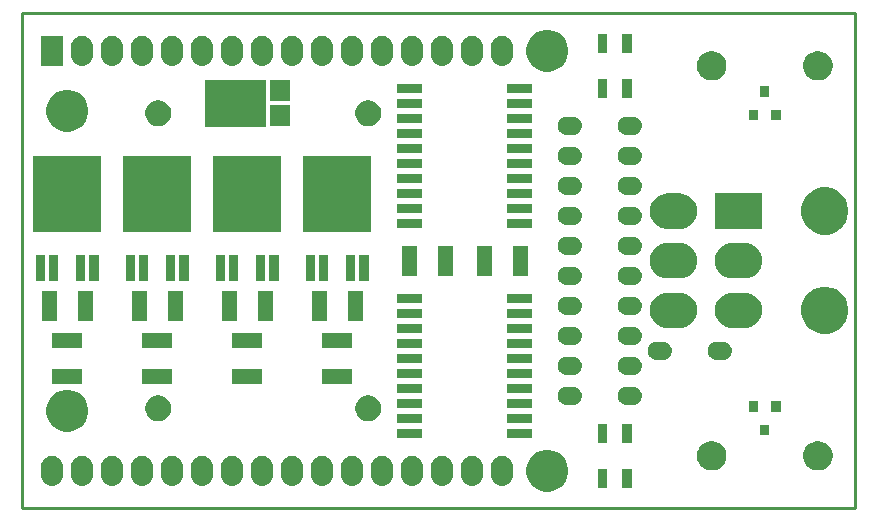
<source format=gbs>
G04 #@! TF.GenerationSoftware,KiCad,Pcbnew,6.0.0-rc1-unknown-4b44cbe~66~ubuntu18.04.1*
G04 #@! TF.CreationDate,2018-10-29T13:39:10-04:00*
G04 #@! TF.ProjectId,backlight_controller_3x2,6261636B6C696768745F636F6E74726F,1.2*
G04 #@! TF.SameCoordinates,Original*
G04 #@! TF.FileFunction,Soldermask,Bot*
G04 #@! TF.FilePolarity,Negative*
%FSLAX46Y46*%
G04 Gerber Fmt 4.6, Leading zero omitted, Abs format (unit mm)*
G04 Created by KiCad (PCBNEW 6.0.0-rc1-unknown-4b44cbe~66~ubuntu18.04.1) date Mon 29 Oct 2018 01:39:10 PM EDT*
%MOMM*%
%LPD*%
G01*
G04 APERTURE LIST*
%ADD10C,0.228600*%
%ADD11C,0.100000*%
G04 APERTURE END LIST*
D10*
X156210000Y-67945000D02*
X85725000Y-67945000D01*
X156210000Y-109855000D02*
X156210000Y-67945000D01*
X85725000Y-109855000D02*
X156210000Y-109855000D01*
X85725000Y-67945000D02*
X85725000Y-109855000D01*
D11*
G36*
X130693623Y-104970327D02*
X131017198Y-105104356D01*
X131308412Y-105298939D01*
X131556061Y-105546588D01*
X131750644Y-105837802D01*
X131884673Y-106161377D01*
X131953000Y-106504881D01*
X131953000Y-106855119D01*
X131884673Y-107198623D01*
X131750644Y-107522198D01*
X131556061Y-107813412D01*
X131308412Y-108061061D01*
X131017198Y-108255644D01*
X130693623Y-108389673D01*
X130350119Y-108458000D01*
X129999881Y-108458000D01*
X129656377Y-108389673D01*
X129332802Y-108255644D01*
X129041588Y-108061061D01*
X128793939Y-107813412D01*
X128599356Y-107522198D01*
X128465327Y-107198623D01*
X128397000Y-106855119D01*
X128397000Y-106504881D01*
X128465327Y-106161377D01*
X128599356Y-105837802D01*
X128793939Y-105546588D01*
X129041588Y-105298939D01*
X129332802Y-105104356D01*
X129656377Y-104970327D01*
X129999881Y-104902000D01*
X130350119Y-104902000D01*
X130693623Y-104970327D01*
X130693623Y-104970327D01*
G37*
G36*
X137325100Y-108115100D02*
X136537700Y-108115100D01*
X136537700Y-106514900D01*
X137325100Y-106514900D01*
X137325100Y-108115100D01*
X137325100Y-108115100D01*
G37*
G36*
X135242300Y-108115100D02*
X134454900Y-108115100D01*
X134454900Y-106514900D01*
X135242300Y-106514900D01*
X135242300Y-108115100D01*
X135242300Y-108115100D01*
G37*
G36*
X98606742Y-105423415D02*
X98781501Y-105476428D01*
X98781503Y-105476429D01*
X98781506Y-105476430D01*
X98942561Y-105562515D01*
X99083730Y-105678370D01*
X99199585Y-105819539D01*
X99285672Y-105980598D01*
X99338685Y-106155357D01*
X99352100Y-106291563D01*
X99352100Y-107068437D01*
X99338685Y-107204643D01*
X99338684Y-107204645D01*
X99285672Y-107379403D01*
X99262664Y-107422446D01*
X99199585Y-107540461D01*
X99083730Y-107681630D01*
X98942561Y-107797485D01*
X98781502Y-107883572D01*
X98606743Y-107936585D01*
X98425000Y-107954485D01*
X98243258Y-107936585D01*
X98068499Y-107883572D01*
X97907440Y-107797485D01*
X97766271Y-107681630D01*
X97650416Y-107540461D01*
X97564329Y-107379402D01*
X97564328Y-107379400D01*
X97511315Y-107204645D01*
X97497900Y-107068439D01*
X97497900Y-106291562D01*
X97503266Y-106237082D01*
X97511315Y-106155358D01*
X97564328Y-105980599D01*
X97564329Y-105980597D01*
X97564330Y-105980594D01*
X97650415Y-105819539D01*
X97766270Y-105678370D01*
X97907439Y-105562515D01*
X98068498Y-105476428D01*
X98243257Y-105423415D01*
X98425000Y-105405515D01*
X98606742Y-105423415D01*
X98606742Y-105423415D01*
G37*
G36*
X126546742Y-105423415D02*
X126721501Y-105476428D01*
X126721503Y-105476429D01*
X126721506Y-105476430D01*
X126882561Y-105562515D01*
X127023730Y-105678370D01*
X127139585Y-105819539D01*
X127225672Y-105980598D01*
X127278685Y-106155357D01*
X127292100Y-106291563D01*
X127292100Y-107068437D01*
X127278685Y-107204643D01*
X127278684Y-107204645D01*
X127225672Y-107379403D01*
X127202664Y-107422446D01*
X127139585Y-107540461D01*
X127023730Y-107681630D01*
X126882561Y-107797485D01*
X126721502Y-107883572D01*
X126546743Y-107936585D01*
X126365000Y-107954485D01*
X126183258Y-107936585D01*
X126008499Y-107883572D01*
X125847440Y-107797485D01*
X125706271Y-107681630D01*
X125590416Y-107540461D01*
X125504329Y-107379402D01*
X125504328Y-107379400D01*
X125451315Y-107204645D01*
X125437900Y-107068439D01*
X125437900Y-106291562D01*
X125443266Y-106237082D01*
X125451315Y-106155358D01*
X125504328Y-105980599D01*
X125504329Y-105980597D01*
X125504330Y-105980594D01*
X125590415Y-105819539D01*
X125706270Y-105678370D01*
X125847439Y-105562515D01*
X126008498Y-105476428D01*
X126183257Y-105423415D01*
X126365000Y-105405515D01*
X126546742Y-105423415D01*
X126546742Y-105423415D01*
G37*
G36*
X88446742Y-105423415D02*
X88621501Y-105476428D01*
X88621503Y-105476429D01*
X88621506Y-105476430D01*
X88782561Y-105562515D01*
X88923730Y-105678370D01*
X89039585Y-105819539D01*
X89125672Y-105980598D01*
X89178685Y-106155357D01*
X89192100Y-106291563D01*
X89192100Y-107068437D01*
X89178685Y-107204643D01*
X89178684Y-107204645D01*
X89125672Y-107379403D01*
X89102664Y-107422446D01*
X89039585Y-107540461D01*
X88923730Y-107681630D01*
X88782561Y-107797485D01*
X88621502Y-107883572D01*
X88446743Y-107936585D01*
X88265000Y-107954485D01*
X88083258Y-107936585D01*
X87908499Y-107883572D01*
X87747440Y-107797485D01*
X87606271Y-107681630D01*
X87490416Y-107540461D01*
X87404329Y-107379402D01*
X87404328Y-107379400D01*
X87351315Y-107204645D01*
X87337900Y-107068439D01*
X87337900Y-106291562D01*
X87343266Y-106237082D01*
X87351315Y-106155358D01*
X87404328Y-105980599D01*
X87404329Y-105980597D01*
X87404330Y-105980594D01*
X87490415Y-105819539D01*
X87606270Y-105678370D01*
X87747439Y-105562515D01*
X87908498Y-105476428D01*
X88083257Y-105423415D01*
X88265000Y-105405515D01*
X88446742Y-105423415D01*
X88446742Y-105423415D01*
G37*
G36*
X90986742Y-105423415D02*
X91161501Y-105476428D01*
X91161503Y-105476429D01*
X91161506Y-105476430D01*
X91322561Y-105562515D01*
X91463730Y-105678370D01*
X91579585Y-105819539D01*
X91665672Y-105980598D01*
X91718685Y-106155357D01*
X91732100Y-106291563D01*
X91732100Y-107068437D01*
X91718685Y-107204643D01*
X91718684Y-107204645D01*
X91665672Y-107379403D01*
X91642664Y-107422446D01*
X91579585Y-107540461D01*
X91463730Y-107681630D01*
X91322561Y-107797485D01*
X91161502Y-107883572D01*
X90986743Y-107936585D01*
X90805000Y-107954485D01*
X90623258Y-107936585D01*
X90448499Y-107883572D01*
X90287440Y-107797485D01*
X90146271Y-107681630D01*
X90030416Y-107540461D01*
X89944329Y-107379402D01*
X89944328Y-107379400D01*
X89891315Y-107204645D01*
X89877900Y-107068439D01*
X89877900Y-106291562D01*
X89883266Y-106237082D01*
X89891315Y-106155358D01*
X89944328Y-105980599D01*
X89944329Y-105980597D01*
X89944330Y-105980594D01*
X90030415Y-105819539D01*
X90146270Y-105678370D01*
X90287439Y-105562515D01*
X90448498Y-105476428D01*
X90623257Y-105423415D01*
X90805000Y-105405515D01*
X90986742Y-105423415D01*
X90986742Y-105423415D01*
G37*
G36*
X93526742Y-105423415D02*
X93701501Y-105476428D01*
X93701503Y-105476429D01*
X93701506Y-105476430D01*
X93862561Y-105562515D01*
X94003730Y-105678370D01*
X94119585Y-105819539D01*
X94205672Y-105980598D01*
X94258685Y-106155357D01*
X94272100Y-106291563D01*
X94272100Y-107068437D01*
X94258685Y-107204643D01*
X94258684Y-107204645D01*
X94205672Y-107379403D01*
X94182664Y-107422446D01*
X94119585Y-107540461D01*
X94003730Y-107681630D01*
X93862561Y-107797485D01*
X93701502Y-107883572D01*
X93526743Y-107936585D01*
X93345000Y-107954485D01*
X93163258Y-107936585D01*
X92988499Y-107883572D01*
X92827440Y-107797485D01*
X92686271Y-107681630D01*
X92570416Y-107540461D01*
X92484329Y-107379402D01*
X92484328Y-107379400D01*
X92431315Y-107204645D01*
X92417900Y-107068439D01*
X92417900Y-106291562D01*
X92423266Y-106237082D01*
X92431315Y-106155358D01*
X92484328Y-105980599D01*
X92484329Y-105980597D01*
X92484330Y-105980594D01*
X92570415Y-105819539D01*
X92686270Y-105678370D01*
X92827439Y-105562515D01*
X92988498Y-105476428D01*
X93163257Y-105423415D01*
X93345000Y-105405515D01*
X93526742Y-105423415D01*
X93526742Y-105423415D01*
G37*
G36*
X96066742Y-105423415D02*
X96241501Y-105476428D01*
X96241503Y-105476429D01*
X96241506Y-105476430D01*
X96402561Y-105562515D01*
X96543730Y-105678370D01*
X96659585Y-105819539D01*
X96745672Y-105980598D01*
X96798685Y-106155357D01*
X96812100Y-106291563D01*
X96812100Y-107068437D01*
X96798685Y-107204643D01*
X96798684Y-107204645D01*
X96745672Y-107379403D01*
X96722664Y-107422446D01*
X96659585Y-107540461D01*
X96543730Y-107681630D01*
X96402561Y-107797485D01*
X96241502Y-107883572D01*
X96066743Y-107936585D01*
X95885000Y-107954485D01*
X95703258Y-107936585D01*
X95528499Y-107883572D01*
X95367440Y-107797485D01*
X95226271Y-107681630D01*
X95110416Y-107540461D01*
X95024329Y-107379402D01*
X95024328Y-107379400D01*
X94971315Y-107204645D01*
X94957900Y-107068439D01*
X94957900Y-106291562D01*
X94963266Y-106237082D01*
X94971315Y-106155358D01*
X95024328Y-105980599D01*
X95024329Y-105980597D01*
X95024330Y-105980594D01*
X95110415Y-105819539D01*
X95226270Y-105678370D01*
X95367439Y-105562515D01*
X95528498Y-105476428D01*
X95703257Y-105423415D01*
X95885000Y-105405515D01*
X96066742Y-105423415D01*
X96066742Y-105423415D01*
G37*
G36*
X101146742Y-105423415D02*
X101321501Y-105476428D01*
X101321503Y-105476429D01*
X101321506Y-105476430D01*
X101482561Y-105562515D01*
X101623730Y-105678370D01*
X101739585Y-105819539D01*
X101825672Y-105980598D01*
X101878685Y-106155357D01*
X101892100Y-106291563D01*
X101892100Y-107068437D01*
X101878685Y-107204643D01*
X101878684Y-107204645D01*
X101825672Y-107379403D01*
X101802664Y-107422446D01*
X101739585Y-107540461D01*
X101623730Y-107681630D01*
X101482561Y-107797485D01*
X101321502Y-107883572D01*
X101146743Y-107936585D01*
X100965000Y-107954485D01*
X100783258Y-107936585D01*
X100608499Y-107883572D01*
X100447440Y-107797485D01*
X100306271Y-107681630D01*
X100190416Y-107540461D01*
X100104329Y-107379402D01*
X100104328Y-107379400D01*
X100051315Y-107204645D01*
X100037900Y-107068439D01*
X100037900Y-106291562D01*
X100043266Y-106237082D01*
X100051315Y-106155358D01*
X100104328Y-105980599D01*
X100104329Y-105980597D01*
X100104330Y-105980594D01*
X100190415Y-105819539D01*
X100306270Y-105678370D01*
X100447439Y-105562515D01*
X100608498Y-105476428D01*
X100783257Y-105423415D01*
X100965000Y-105405515D01*
X101146742Y-105423415D01*
X101146742Y-105423415D01*
G37*
G36*
X103686742Y-105423415D02*
X103861501Y-105476428D01*
X103861503Y-105476429D01*
X103861506Y-105476430D01*
X104022561Y-105562515D01*
X104163730Y-105678370D01*
X104279585Y-105819539D01*
X104365672Y-105980598D01*
X104418685Y-106155357D01*
X104432100Y-106291563D01*
X104432100Y-107068437D01*
X104418685Y-107204643D01*
X104418684Y-107204645D01*
X104365672Y-107379403D01*
X104342664Y-107422446D01*
X104279585Y-107540461D01*
X104163730Y-107681630D01*
X104022561Y-107797485D01*
X103861502Y-107883572D01*
X103686743Y-107936585D01*
X103505000Y-107954485D01*
X103323258Y-107936585D01*
X103148499Y-107883572D01*
X102987440Y-107797485D01*
X102846271Y-107681630D01*
X102730416Y-107540461D01*
X102644329Y-107379402D01*
X102644328Y-107379400D01*
X102591315Y-107204645D01*
X102577900Y-107068439D01*
X102577900Y-106291562D01*
X102583266Y-106237082D01*
X102591315Y-106155358D01*
X102644328Y-105980599D01*
X102644329Y-105980597D01*
X102644330Y-105980594D01*
X102730415Y-105819539D01*
X102846270Y-105678370D01*
X102987439Y-105562515D01*
X103148498Y-105476428D01*
X103323257Y-105423415D01*
X103505000Y-105405515D01*
X103686742Y-105423415D01*
X103686742Y-105423415D01*
G37*
G36*
X106226742Y-105423415D02*
X106401501Y-105476428D01*
X106401503Y-105476429D01*
X106401506Y-105476430D01*
X106562561Y-105562515D01*
X106703730Y-105678370D01*
X106819585Y-105819539D01*
X106905672Y-105980598D01*
X106958685Y-106155357D01*
X106972100Y-106291563D01*
X106972100Y-107068437D01*
X106958685Y-107204643D01*
X106958684Y-107204645D01*
X106905672Y-107379403D01*
X106882664Y-107422446D01*
X106819585Y-107540461D01*
X106703730Y-107681630D01*
X106562561Y-107797485D01*
X106401502Y-107883572D01*
X106226743Y-107936585D01*
X106045000Y-107954485D01*
X105863258Y-107936585D01*
X105688499Y-107883572D01*
X105527440Y-107797485D01*
X105386271Y-107681630D01*
X105270416Y-107540461D01*
X105184329Y-107379402D01*
X105184328Y-107379400D01*
X105131315Y-107204645D01*
X105117900Y-107068439D01*
X105117900Y-106291562D01*
X105123266Y-106237082D01*
X105131315Y-106155358D01*
X105184328Y-105980599D01*
X105184329Y-105980597D01*
X105184330Y-105980594D01*
X105270415Y-105819539D01*
X105386270Y-105678370D01*
X105527439Y-105562515D01*
X105688498Y-105476428D01*
X105863257Y-105423415D01*
X106045000Y-105405515D01*
X106226742Y-105423415D01*
X106226742Y-105423415D01*
G37*
G36*
X108766742Y-105423415D02*
X108941501Y-105476428D01*
X108941503Y-105476429D01*
X108941506Y-105476430D01*
X109102561Y-105562515D01*
X109243730Y-105678370D01*
X109359585Y-105819539D01*
X109445672Y-105980598D01*
X109498685Y-106155357D01*
X109512100Y-106291563D01*
X109512100Y-107068437D01*
X109498685Y-107204643D01*
X109498684Y-107204645D01*
X109445672Y-107379403D01*
X109422664Y-107422446D01*
X109359585Y-107540461D01*
X109243730Y-107681630D01*
X109102561Y-107797485D01*
X108941502Y-107883572D01*
X108766743Y-107936585D01*
X108585000Y-107954485D01*
X108403258Y-107936585D01*
X108228499Y-107883572D01*
X108067440Y-107797485D01*
X107926271Y-107681630D01*
X107810416Y-107540461D01*
X107724329Y-107379402D01*
X107724328Y-107379400D01*
X107671315Y-107204645D01*
X107657900Y-107068439D01*
X107657900Y-106291562D01*
X107663266Y-106237082D01*
X107671315Y-106155358D01*
X107724328Y-105980599D01*
X107724329Y-105980597D01*
X107724330Y-105980594D01*
X107810415Y-105819539D01*
X107926270Y-105678370D01*
X108067439Y-105562515D01*
X108228498Y-105476428D01*
X108403257Y-105423415D01*
X108585000Y-105405515D01*
X108766742Y-105423415D01*
X108766742Y-105423415D01*
G37*
G36*
X111306742Y-105423415D02*
X111481501Y-105476428D01*
X111481503Y-105476429D01*
X111481506Y-105476430D01*
X111642561Y-105562515D01*
X111783730Y-105678370D01*
X111899585Y-105819539D01*
X111985672Y-105980598D01*
X112038685Y-106155357D01*
X112052100Y-106291563D01*
X112052100Y-107068437D01*
X112038685Y-107204643D01*
X112038684Y-107204645D01*
X111985672Y-107379403D01*
X111962664Y-107422446D01*
X111899585Y-107540461D01*
X111783730Y-107681630D01*
X111642561Y-107797485D01*
X111481502Y-107883572D01*
X111306743Y-107936585D01*
X111125000Y-107954485D01*
X110943258Y-107936585D01*
X110768499Y-107883572D01*
X110607440Y-107797485D01*
X110466271Y-107681630D01*
X110350416Y-107540461D01*
X110264329Y-107379402D01*
X110264328Y-107379400D01*
X110211315Y-107204645D01*
X110197900Y-107068439D01*
X110197900Y-106291562D01*
X110203266Y-106237082D01*
X110211315Y-106155358D01*
X110264328Y-105980599D01*
X110264329Y-105980597D01*
X110264330Y-105980594D01*
X110350415Y-105819539D01*
X110466270Y-105678370D01*
X110607439Y-105562515D01*
X110768498Y-105476428D01*
X110943257Y-105423415D01*
X111125000Y-105405515D01*
X111306742Y-105423415D01*
X111306742Y-105423415D01*
G37*
G36*
X113846742Y-105423415D02*
X114021501Y-105476428D01*
X114021503Y-105476429D01*
X114021506Y-105476430D01*
X114182561Y-105562515D01*
X114323730Y-105678370D01*
X114439585Y-105819539D01*
X114525672Y-105980598D01*
X114578685Y-106155357D01*
X114592100Y-106291563D01*
X114592100Y-107068437D01*
X114578685Y-107204643D01*
X114578684Y-107204645D01*
X114525672Y-107379403D01*
X114502664Y-107422446D01*
X114439585Y-107540461D01*
X114323730Y-107681630D01*
X114182561Y-107797485D01*
X114021502Y-107883572D01*
X113846743Y-107936585D01*
X113665000Y-107954485D01*
X113483258Y-107936585D01*
X113308499Y-107883572D01*
X113147440Y-107797485D01*
X113006271Y-107681630D01*
X112890416Y-107540461D01*
X112804329Y-107379402D01*
X112804328Y-107379400D01*
X112751315Y-107204645D01*
X112737900Y-107068439D01*
X112737900Y-106291562D01*
X112743266Y-106237082D01*
X112751315Y-106155358D01*
X112804328Y-105980599D01*
X112804329Y-105980597D01*
X112804330Y-105980594D01*
X112890415Y-105819539D01*
X113006270Y-105678370D01*
X113147439Y-105562515D01*
X113308498Y-105476428D01*
X113483257Y-105423415D01*
X113665000Y-105405515D01*
X113846742Y-105423415D01*
X113846742Y-105423415D01*
G37*
G36*
X116386742Y-105423415D02*
X116561501Y-105476428D01*
X116561503Y-105476429D01*
X116561506Y-105476430D01*
X116722561Y-105562515D01*
X116863730Y-105678370D01*
X116979585Y-105819539D01*
X117065672Y-105980598D01*
X117118685Y-106155357D01*
X117132100Y-106291563D01*
X117132100Y-107068437D01*
X117118685Y-107204643D01*
X117118684Y-107204645D01*
X117065672Y-107379403D01*
X117042664Y-107422446D01*
X116979585Y-107540461D01*
X116863730Y-107681630D01*
X116722561Y-107797485D01*
X116561502Y-107883572D01*
X116386743Y-107936585D01*
X116205000Y-107954485D01*
X116023258Y-107936585D01*
X115848499Y-107883572D01*
X115687440Y-107797485D01*
X115546271Y-107681630D01*
X115430416Y-107540461D01*
X115344329Y-107379402D01*
X115344328Y-107379400D01*
X115291315Y-107204645D01*
X115277900Y-107068439D01*
X115277900Y-106291562D01*
X115283266Y-106237082D01*
X115291315Y-106155358D01*
X115344328Y-105980599D01*
X115344329Y-105980597D01*
X115344330Y-105980594D01*
X115430415Y-105819539D01*
X115546270Y-105678370D01*
X115687439Y-105562515D01*
X115848498Y-105476428D01*
X116023257Y-105423415D01*
X116205000Y-105405515D01*
X116386742Y-105423415D01*
X116386742Y-105423415D01*
G37*
G36*
X118926742Y-105423415D02*
X119101501Y-105476428D01*
X119101503Y-105476429D01*
X119101506Y-105476430D01*
X119262561Y-105562515D01*
X119403730Y-105678370D01*
X119519585Y-105819539D01*
X119605672Y-105980598D01*
X119658685Y-106155357D01*
X119672100Y-106291563D01*
X119672100Y-107068437D01*
X119658685Y-107204643D01*
X119658684Y-107204645D01*
X119605672Y-107379403D01*
X119582664Y-107422446D01*
X119519585Y-107540461D01*
X119403730Y-107681630D01*
X119262561Y-107797485D01*
X119101502Y-107883572D01*
X118926743Y-107936585D01*
X118745000Y-107954485D01*
X118563258Y-107936585D01*
X118388499Y-107883572D01*
X118227440Y-107797485D01*
X118086271Y-107681630D01*
X117970416Y-107540461D01*
X117884329Y-107379402D01*
X117884328Y-107379400D01*
X117831315Y-107204645D01*
X117817900Y-107068439D01*
X117817900Y-106291562D01*
X117823266Y-106237082D01*
X117831315Y-106155358D01*
X117884328Y-105980599D01*
X117884329Y-105980597D01*
X117884330Y-105980594D01*
X117970415Y-105819539D01*
X118086270Y-105678370D01*
X118227439Y-105562515D01*
X118388498Y-105476428D01*
X118563257Y-105423415D01*
X118745000Y-105405515D01*
X118926742Y-105423415D01*
X118926742Y-105423415D01*
G37*
G36*
X124006742Y-105423415D02*
X124181501Y-105476428D01*
X124181503Y-105476429D01*
X124181506Y-105476430D01*
X124342561Y-105562515D01*
X124483730Y-105678370D01*
X124599585Y-105819539D01*
X124685672Y-105980598D01*
X124738685Y-106155357D01*
X124752100Y-106291563D01*
X124752100Y-107068437D01*
X124738685Y-107204643D01*
X124738684Y-107204645D01*
X124685672Y-107379403D01*
X124662664Y-107422446D01*
X124599585Y-107540461D01*
X124483730Y-107681630D01*
X124342561Y-107797485D01*
X124181502Y-107883572D01*
X124006743Y-107936585D01*
X123825000Y-107954485D01*
X123643258Y-107936585D01*
X123468499Y-107883572D01*
X123307440Y-107797485D01*
X123166271Y-107681630D01*
X123050416Y-107540461D01*
X122964329Y-107379402D01*
X122964328Y-107379400D01*
X122911315Y-107204645D01*
X122897900Y-107068439D01*
X122897900Y-106291562D01*
X122903266Y-106237082D01*
X122911315Y-106155358D01*
X122964328Y-105980599D01*
X122964329Y-105980597D01*
X122964330Y-105980594D01*
X123050415Y-105819539D01*
X123166270Y-105678370D01*
X123307439Y-105562515D01*
X123468498Y-105476428D01*
X123643257Y-105423415D01*
X123825000Y-105405515D01*
X124006742Y-105423415D01*
X124006742Y-105423415D01*
G37*
G36*
X121466742Y-105423415D02*
X121641501Y-105476428D01*
X121641503Y-105476429D01*
X121641506Y-105476430D01*
X121802561Y-105562515D01*
X121943730Y-105678370D01*
X122059585Y-105819539D01*
X122145672Y-105980598D01*
X122198685Y-106155357D01*
X122212100Y-106291563D01*
X122212100Y-107068437D01*
X122198685Y-107204643D01*
X122198684Y-107204645D01*
X122145672Y-107379403D01*
X122122664Y-107422446D01*
X122059585Y-107540461D01*
X121943730Y-107681630D01*
X121802561Y-107797485D01*
X121641502Y-107883572D01*
X121466743Y-107936585D01*
X121285000Y-107954485D01*
X121103258Y-107936585D01*
X120928499Y-107883572D01*
X120767440Y-107797485D01*
X120626271Y-107681630D01*
X120510416Y-107540461D01*
X120424329Y-107379402D01*
X120424328Y-107379400D01*
X120371315Y-107204645D01*
X120357900Y-107068439D01*
X120357900Y-106291562D01*
X120363266Y-106237082D01*
X120371315Y-106155358D01*
X120424328Y-105980599D01*
X120424329Y-105980597D01*
X120424330Y-105980594D01*
X120510415Y-105819539D01*
X120626270Y-105678370D01*
X120767439Y-105562515D01*
X120928498Y-105476428D01*
X121103257Y-105423415D01*
X121285000Y-105405515D01*
X121466742Y-105423415D01*
X121466742Y-105423415D01*
G37*
G36*
X153454612Y-104208037D02*
X153682096Y-104302264D01*
X153886831Y-104439064D01*
X154060936Y-104613169D01*
X154197736Y-104817904D01*
X154291963Y-105045388D01*
X154340000Y-105286885D01*
X154340000Y-105533115D01*
X154291963Y-105774612D01*
X154197736Y-106002096D01*
X154060936Y-106206831D01*
X153886831Y-106380936D01*
X153682096Y-106517736D01*
X153454612Y-106611963D01*
X153213115Y-106660000D01*
X152966885Y-106660000D01*
X152725388Y-106611963D01*
X152497904Y-106517736D01*
X152293169Y-106380936D01*
X152119064Y-106206831D01*
X151982264Y-106002096D01*
X151888037Y-105774612D01*
X151840000Y-105533115D01*
X151840000Y-105286885D01*
X151888037Y-105045388D01*
X151982264Y-104817904D01*
X152119064Y-104613169D01*
X152293169Y-104439064D01*
X152497904Y-104302264D01*
X152725388Y-104208037D01*
X152966885Y-104160000D01*
X153213115Y-104160000D01*
X153454612Y-104208037D01*
X153454612Y-104208037D01*
G37*
G36*
X144454612Y-104208037D02*
X144682096Y-104302264D01*
X144886831Y-104439064D01*
X145060936Y-104613169D01*
X145197736Y-104817904D01*
X145291963Y-105045388D01*
X145340000Y-105286885D01*
X145340000Y-105533115D01*
X145291963Y-105774612D01*
X145197736Y-106002096D01*
X145060936Y-106206831D01*
X144886831Y-106380936D01*
X144682096Y-106517736D01*
X144454612Y-106611963D01*
X144213115Y-106660000D01*
X143966885Y-106660000D01*
X143725388Y-106611963D01*
X143497904Y-106517736D01*
X143293169Y-106380936D01*
X143119064Y-106206831D01*
X142982264Y-106002096D01*
X142888037Y-105774612D01*
X142840000Y-105533115D01*
X142840000Y-105286885D01*
X142888037Y-105045388D01*
X142982264Y-104817904D01*
X143119064Y-104613169D01*
X143293169Y-104439064D01*
X143497904Y-104302264D01*
X143725388Y-104208037D01*
X143966885Y-104160000D01*
X144213115Y-104160000D01*
X144454612Y-104208037D01*
X144454612Y-104208037D01*
G37*
G36*
X137325100Y-104305100D02*
X136537700Y-104305100D01*
X136537700Y-102704900D01*
X137325100Y-102704900D01*
X137325100Y-104305100D01*
X137325100Y-104305100D01*
G37*
G36*
X135242300Y-104305100D02*
X134454900Y-104305100D01*
X134454900Y-102704900D01*
X135242300Y-102704900D01*
X135242300Y-104305100D01*
X135242300Y-104305100D01*
G37*
G36*
X128910000Y-103875000D02*
X126770000Y-103875000D01*
X126770000Y-103135000D01*
X128910000Y-103135000D01*
X128910000Y-103875000D01*
X128910000Y-103875000D01*
G37*
G36*
X119610000Y-103875000D02*
X117470000Y-103875000D01*
X117470000Y-103135000D01*
X119610000Y-103135000D01*
X119610000Y-103875000D01*
X119610000Y-103875000D01*
G37*
G36*
X148990000Y-103685000D02*
X148190000Y-103685000D01*
X148190000Y-102785000D01*
X148990000Y-102785000D01*
X148990000Y-103685000D01*
X148990000Y-103685000D01*
G37*
G36*
X90053623Y-99890327D02*
X90377198Y-100024356D01*
X90668412Y-100218939D01*
X90916061Y-100466588D01*
X91110644Y-100757802D01*
X91244673Y-101081377D01*
X91313000Y-101424881D01*
X91313000Y-101775119D01*
X91244673Y-102118623D01*
X91110644Y-102442198D01*
X90916061Y-102733412D01*
X90668412Y-102981061D01*
X90377198Y-103175644D01*
X90053623Y-103309673D01*
X89710119Y-103378000D01*
X89359881Y-103378000D01*
X89016377Y-103309673D01*
X88692802Y-103175644D01*
X88401588Y-102981061D01*
X88153939Y-102733412D01*
X87959356Y-102442198D01*
X87825327Y-102118623D01*
X87757000Y-101775119D01*
X87757000Y-101424881D01*
X87825327Y-101081377D01*
X87959356Y-100757802D01*
X88153939Y-100466588D01*
X88401588Y-100218939D01*
X88692802Y-100024356D01*
X89016377Y-99890327D01*
X89359881Y-99822000D01*
X89710119Y-99822000D01*
X90053623Y-99890327D01*
X90053623Y-99890327D01*
G37*
G36*
X119610000Y-102605000D02*
X117470000Y-102605000D01*
X117470000Y-101865000D01*
X119610000Y-101865000D01*
X119610000Y-102605000D01*
X119610000Y-102605000D01*
G37*
G36*
X128910000Y-102605000D02*
X126770000Y-102605000D01*
X126770000Y-101865000D01*
X128910000Y-101865000D01*
X128910000Y-102605000D01*
X128910000Y-102605000D01*
G37*
G36*
X97550857Y-100342272D02*
X97751042Y-100425191D01*
X97931213Y-100545578D01*
X98084422Y-100698787D01*
X98084424Y-100698790D01*
X98084425Y-100698791D01*
X98122246Y-100755394D01*
X98204809Y-100878958D01*
X98287728Y-101079143D01*
X98330000Y-101291658D01*
X98330000Y-101508342D01*
X98287728Y-101720857D01*
X98204809Y-101921042D01*
X98084422Y-102101213D01*
X97931213Y-102254422D01*
X97751042Y-102374809D01*
X97550857Y-102457728D01*
X97338342Y-102500000D01*
X97121658Y-102500000D01*
X96909143Y-102457728D01*
X96708958Y-102374809D01*
X96528787Y-102254422D01*
X96375578Y-102101213D01*
X96255191Y-101921042D01*
X96172272Y-101720857D01*
X96130000Y-101508342D01*
X96130000Y-101291658D01*
X96172272Y-101079143D01*
X96255191Y-100878958D01*
X96337754Y-100755394D01*
X96375575Y-100698791D01*
X96375576Y-100698790D01*
X96375578Y-100698787D01*
X96528787Y-100545578D01*
X96708958Y-100425191D01*
X96909143Y-100342272D01*
X97121658Y-100300000D01*
X97338342Y-100300000D01*
X97550857Y-100342272D01*
X97550857Y-100342272D01*
G37*
G36*
X115330857Y-100342272D02*
X115531042Y-100425191D01*
X115711213Y-100545578D01*
X115864422Y-100698787D01*
X115864424Y-100698790D01*
X115864425Y-100698791D01*
X115902246Y-100755394D01*
X115984809Y-100878958D01*
X116067728Y-101079143D01*
X116110000Y-101291658D01*
X116110000Y-101508342D01*
X116067728Y-101720857D01*
X115984809Y-101921042D01*
X115864422Y-102101213D01*
X115711213Y-102254422D01*
X115531042Y-102374809D01*
X115330857Y-102457728D01*
X115118342Y-102500000D01*
X114901658Y-102500000D01*
X114689143Y-102457728D01*
X114488958Y-102374809D01*
X114308787Y-102254422D01*
X114155578Y-102101213D01*
X114035191Y-101921042D01*
X113952272Y-101720857D01*
X113910000Y-101508342D01*
X113910000Y-101291658D01*
X113952272Y-101079143D01*
X114035191Y-100878958D01*
X114117754Y-100755394D01*
X114155575Y-100698791D01*
X114155576Y-100698790D01*
X114155578Y-100698787D01*
X114308787Y-100545578D01*
X114488958Y-100425191D01*
X114689143Y-100342272D01*
X114901658Y-100300000D01*
X115118342Y-100300000D01*
X115330857Y-100342272D01*
X115330857Y-100342272D01*
G37*
G36*
X149940000Y-101685000D02*
X149140000Y-101685000D01*
X149140000Y-100785000D01*
X149940000Y-100785000D01*
X149940000Y-101685000D01*
X149940000Y-101685000D01*
G37*
G36*
X148040000Y-101685000D02*
X147240000Y-101685000D01*
X147240000Y-100785000D01*
X148040000Y-100785000D01*
X148040000Y-101685000D01*
X148040000Y-101685000D01*
G37*
G36*
X128910000Y-101335000D02*
X126770000Y-101335000D01*
X126770000Y-100595000D01*
X128910000Y-100595000D01*
X128910000Y-101335000D01*
X128910000Y-101335000D01*
G37*
G36*
X119610000Y-101335000D02*
X117470000Y-101335000D01*
X117470000Y-100595000D01*
X119610000Y-100595000D01*
X119610000Y-101335000D01*
X119610000Y-101335000D01*
G37*
G36*
X137488743Y-99571675D02*
X137563378Y-99579026D01*
X137659136Y-99608074D01*
X137707016Y-99622598D01*
X137755299Y-99648406D01*
X137839392Y-99693355D01*
X137955422Y-99788578D01*
X138050645Y-99904608D01*
X138095594Y-99988701D01*
X138121402Y-100036984D01*
X138121402Y-100036985D01*
X138164974Y-100180622D01*
X138179686Y-100330000D01*
X138164974Y-100479378D01*
X138144893Y-100545575D01*
X138121402Y-100623016D01*
X138095594Y-100671299D01*
X138050645Y-100755392D01*
X137955422Y-100871422D01*
X137839392Y-100966645D01*
X137755299Y-101011594D01*
X137707016Y-101037402D01*
X137659136Y-101051926D01*
X137563378Y-101080974D01*
X137488743Y-101088325D01*
X137451427Y-101092000D01*
X136868573Y-101092000D01*
X136831257Y-101088325D01*
X136756622Y-101080974D01*
X136660864Y-101051926D01*
X136612984Y-101037402D01*
X136564701Y-101011594D01*
X136480608Y-100966645D01*
X136364578Y-100871422D01*
X136269355Y-100755392D01*
X136224406Y-100671299D01*
X136198598Y-100623016D01*
X136175107Y-100545575D01*
X136155026Y-100479378D01*
X136140314Y-100330000D01*
X136155026Y-100180622D01*
X136198598Y-100036985D01*
X136198598Y-100036984D01*
X136224406Y-99988701D01*
X136269355Y-99904608D01*
X136364578Y-99788578D01*
X136480608Y-99693355D01*
X136564701Y-99648406D01*
X136612984Y-99622598D01*
X136660864Y-99608074D01*
X136756622Y-99579026D01*
X136831257Y-99571675D01*
X136868573Y-99568000D01*
X137451427Y-99568000D01*
X137488743Y-99571675D01*
X137488743Y-99571675D01*
G37*
G36*
X132408743Y-99571675D02*
X132483378Y-99579026D01*
X132579136Y-99608074D01*
X132627016Y-99622598D01*
X132675299Y-99648406D01*
X132759392Y-99693355D01*
X132875422Y-99788578D01*
X132970645Y-99904608D01*
X133015594Y-99988701D01*
X133041402Y-100036984D01*
X133041402Y-100036985D01*
X133084974Y-100180622D01*
X133099686Y-100330000D01*
X133084974Y-100479378D01*
X133064893Y-100545575D01*
X133041402Y-100623016D01*
X133015594Y-100671299D01*
X132970645Y-100755392D01*
X132875422Y-100871422D01*
X132759392Y-100966645D01*
X132675299Y-101011594D01*
X132627016Y-101037402D01*
X132579136Y-101051926D01*
X132483378Y-101080974D01*
X132408743Y-101088325D01*
X132371427Y-101092000D01*
X131788573Y-101092000D01*
X131751257Y-101088325D01*
X131676622Y-101080974D01*
X131580864Y-101051926D01*
X131532984Y-101037402D01*
X131484701Y-101011594D01*
X131400608Y-100966645D01*
X131284578Y-100871422D01*
X131189355Y-100755392D01*
X131144406Y-100671299D01*
X131118598Y-100623016D01*
X131095107Y-100545575D01*
X131075026Y-100479378D01*
X131060314Y-100330000D01*
X131075026Y-100180622D01*
X131118598Y-100036985D01*
X131118598Y-100036984D01*
X131144406Y-99988701D01*
X131189355Y-99904608D01*
X131284578Y-99788578D01*
X131400608Y-99693355D01*
X131484701Y-99648406D01*
X131532984Y-99622598D01*
X131580864Y-99608074D01*
X131676622Y-99579026D01*
X131751257Y-99571675D01*
X131788573Y-99568000D01*
X132371427Y-99568000D01*
X132408743Y-99571675D01*
X132408743Y-99571675D01*
G37*
G36*
X128910000Y-100065000D02*
X126770000Y-100065000D01*
X126770000Y-99325000D01*
X128910000Y-99325000D01*
X128910000Y-100065000D01*
X128910000Y-100065000D01*
G37*
G36*
X119610000Y-100065000D02*
X117470000Y-100065000D01*
X117470000Y-99325000D01*
X119610000Y-99325000D01*
X119610000Y-100065000D01*
X119610000Y-100065000D01*
G37*
G36*
X90805000Y-99314000D02*
X88265000Y-99314000D01*
X88265000Y-98044000D01*
X90805000Y-98044000D01*
X90805000Y-99314000D01*
X90805000Y-99314000D01*
G37*
G36*
X98425000Y-99314000D02*
X95885000Y-99314000D01*
X95885000Y-98044000D01*
X98425000Y-98044000D01*
X98425000Y-99314000D01*
X98425000Y-99314000D01*
G37*
G36*
X106045000Y-99314000D02*
X103505000Y-99314000D01*
X103505000Y-98044000D01*
X106045000Y-98044000D01*
X106045000Y-99314000D01*
X106045000Y-99314000D01*
G37*
G36*
X113665000Y-99314000D02*
X111125000Y-99314000D01*
X111125000Y-98044000D01*
X113665000Y-98044000D01*
X113665000Y-99314000D01*
X113665000Y-99314000D01*
G37*
G36*
X128910000Y-98795000D02*
X126770000Y-98795000D01*
X126770000Y-98055000D01*
X128910000Y-98055000D01*
X128910000Y-98795000D01*
X128910000Y-98795000D01*
G37*
G36*
X119610000Y-98795000D02*
X117470000Y-98795000D01*
X117470000Y-98055000D01*
X119610000Y-98055000D01*
X119610000Y-98795000D01*
X119610000Y-98795000D01*
G37*
G36*
X137488743Y-97031675D02*
X137563378Y-97039026D01*
X137637207Y-97061422D01*
X137707016Y-97082598D01*
X137755299Y-97108406D01*
X137839392Y-97153355D01*
X137955422Y-97248578D01*
X138050645Y-97364608D01*
X138095594Y-97448701D01*
X138121402Y-97496984D01*
X138121402Y-97496985D01*
X138164974Y-97640622D01*
X138179686Y-97790000D01*
X138164974Y-97939378D01*
X138135926Y-98035136D01*
X138121402Y-98083016D01*
X138095594Y-98131299D01*
X138050645Y-98215392D01*
X137955422Y-98331422D01*
X137839392Y-98426645D01*
X137755299Y-98471594D01*
X137707016Y-98497402D01*
X137659136Y-98511926D01*
X137563378Y-98540974D01*
X137488743Y-98548325D01*
X137451427Y-98552000D01*
X136868573Y-98552000D01*
X136831257Y-98548325D01*
X136756622Y-98540974D01*
X136660864Y-98511926D01*
X136612984Y-98497402D01*
X136564701Y-98471594D01*
X136480608Y-98426645D01*
X136364578Y-98331422D01*
X136269355Y-98215392D01*
X136224406Y-98131299D01*
X136198598Y-98083016D01*
X136184074Y-98035136D01*
X136155026Y-97939378D01*
X136140314Y-97790000D01*
X136155026Y-97640622D01*
X136198598Y-97496985D01*
X136198598Y-97496984D01*
X136224406Y-97448701D01*
X136269355Y-97364608D01*
X136364578Y-97248578D01*
X136480608Y-97153355D01*
X136564701Y-97108406D01*
X136612984Y-97082598D01*
X136682793Y-97061422D01*
X136756622Y-97039026D01*
X136831257Y-97031675D01*
X136868573Y-97028000D01*
X137451427Y-97028000D01*
X137488743Y-97031675D01*
X137488743Y-97031675D01*
G37*
G36*
X132408743Y-97031675D02*
X132483378Y-97039026D01*
X132557207Y-97061422D01*
X132627016Y-97082598D01*
X132675299Y-97108406D01*
X132759392Y-97153355D01*
X132875422Y-97248578D01*
X132970645Y-97364608D01*
X133015594Y-97448701D01*
X133041402Y-97496984D01*
X133041402Y-97496985D01*
X133084974Y-97640622D01*
X133099686Y-97790000D01*
X133084974Y-97939378D01*
X133055926Y-98035136D01*
X133041402Y-98083016D01*
X133015594Y-98131299D01*
X132970645Y-98215392D01*
X132875422Y-98331422D01*
X132759392Y-98426645D01*
X132675299Y-98471594D01*
X132627016Y-98497402D01*
X132579136Y-98511926D01*
X132483378Y-98540974D01*
X132408743Y-98548325D01*
X132371427Y-98552000D01*
X131788573Y-98552000D01*
X131751257Y-98548325D01*
X131676622Y-98540974D01*
X131580864Y-98511926D01*
X131532984Y-98497402D01*
X131484701Y-98471594D01*
X131400608Y-98426645D01*
X131284578Y-98331422D01*
X131189355Y-98215392D01*
X131144406Y-98131299D01*
X131118598Y-98083016D01*
X131104074Y-98035136D01*
X131075026Y-97939378D01*
X131060314Y-97790000D01*
X131075026Y-97640622D01*
X131118598Y-97496985D01*
X131118598Y-97496984D01*
X131144406Y-97448701D01*
X131189355Y-97364608D01*
X131284578Y-97248578D01*
X131400608Y-97153355D01*
X131484701Y-97108406D01*
X131532984Y-97082598D01*
X131602793Y-97061422D01*
X131676622Y-97039026D01*
X131751257Y-97031675D01*
X131788573Y-97028000D01*
X132371427Y-97028000D01*
X132408743Y-97031675D01*
X132408743Y-97031675D01*
G37*
G36*
X119610000Y-97525000D02*
X117470000Y-97525000D01*
X117470000Y-96785000D01*
X119610000Y-96785000D01*
X119610000Y-97525000D01*
X119610000Y-97525000D01*
G37*
G36*
X128910000Y-97525000D02*
X126770000Y-97525000D01*
X126770000Y-96785000D01*
X128910000Y-96785000D01*
X128910000Y-97525000D01*
X128910000Y-97525000D01*
G37*
G36*
X140028743Y-95761675D02*
X140103378Y-95769026D01*
X140177207Y-95791422D01*
X140247016Y-95812598D01*
X140295299Y-95838406D01*
X140379392Y-95883355D01*
X140495422Y-95978578D01*
X140590645Y-96094608D01*
X140635594Y-96178701D01*
X140661402Y-96226984D01*
X140661402Y-96226985D01*
X140704974Y-96370622D01*
X140719686Y-96520000D01*
X140704974Y-96669378D01*
X140675926Y-96765136D01*
X140661402Y-96813016D01*
X140635594Y-96861299D01*
X140590645Y-96945392D01*
X140495422Y-97061422D01*
X140379392Y-97156645D01*
X140295299Y-97201594D01*
X140247016Y-97227402D01*
X140199136Y-97241926D01*
X140103378Y-97270974D01*
X140028743Y-97278325D01*
X139991427Y-97282000D01*
X139408573Y-97282000D01*
X139371257Y-97278325D01*
X139296622Y-97270974D01*
X139200864Y-97241926D01*
X139152984Y-97227402D01*
X139104701Y-97201594D01*
X139020608Y-97156645D01*
X138904578Y-97061422D01*
X138809355Y-96945392D01*
X138764406Y-96861299D01*
X138738598Y-96813016D01*
X138724074Y-96765136D01*
X138695026Y-96669378D01*
X138680314Y-96520000D01*
X138695026Y-96370622D01*
X138738598Y-96226985D01*
X138738598Y-96226984D01*
X138764406Y-96178701D01*
X138809355Y-96094608D01*
X138904578Y-95978578D01*
X139020608Y-95883355D01*
X139104701Y-95838406D01*
X139152984Y-95812598D01*
X139222793Y-95791422D01*
X139296622Y-95769026D01*
X139371257Y-95761675D01*
X139408573Y-95758000D01*
X139991427Y-95758000D01*
X140028743Y-95761675D01*
X140028743Y-95761675D01*
G37*
G36*
X145108743Y-95761675D02*
X145183378Y-95769026D01*
X145257207Y-95791422D01*
X145327016Y-95812598D01*
X145375299Y-95838406D01*
X145459392Y-95883355D01*
X145575422Y-95978578D01*
X145670645Y-96094608D01*
X145715594Y-96178701D01*
X145741402Y-96226984D01*
X145741402Y-96226985D01*
X145784974Y-96370622D01*
X145799686Y-96520000D01*
X145784974Y-96669378D01*
X145755926Y-96765136D01*
X145741402Y-96813016D01*
X145715594Y-96861299D01*
X145670645Y-96945392D01*
X145575422Y-97061422D01*
X145459392Y-97156645D01*
X145375299Y-97201594D01*
X145327016Y-97227402D01*
X145279136Y-97241926D01*
X145183378Y-97270974D01*
X145108743Y-97278325D01*
X145071427Y-97282000D01*
X144488573Y-97282000D01*
X144451257Y-97278325D01*
X144376622Y-97270974D01*
X144280864Y-97241926D01*
X144232984Y-97227402D01*
X144184701Y-97201594D01*
X144100608Y-97156645D01*
X143984578Y-97061422D01*
X143889355Y-96945392D01*
X143844406Y-96861299D01*
X143818598Y-96813016D01*
X143804074Y-96765136D01*
X143775026Y-96669378D01*
X143760314Y-96520000D01*
X143775026Y-96370622D01*
X143818598Y-96226985D01*
X143818598Y-96226984D01*
X143844406Y-96178701D01*
X143889355Y-96094608D01*
X143984578Y-95978578D01*
X144100608Y-95883355D01*
X144184701Y-95838406D01*
X144232984Y-95812598D01*
X144302793Y-95791422D01*
X144376622Y-95769026D01*
X144451257Y-95761675D01*
X144488573Y-95758000D01*
X145071427Y-95758000D01*
X145108743Y-95761675D01*
X145108743Y-95761675D01*
G37*
G36*
X113665000Y-96266000D02*
X111125000Y-96266000D01*
X111125000Y-94996000D01*
X113665000Y-94996000D01*
X113665000Y-96266000D01*
X113665000Y-96266000D01*
G37*
G36*
X106045000Y-96266000D02*
X103505000Y-96266000D01*
X103505000Y-94996000D01*
X106045000Y-94996000D01*
X106045000Y-96266000D01*
X106045000Y-96266000D01*
G37*
G36*
X98425000Y-96266000D02*
X95885000Y-96266000D01*
X95885000Y-94996000D01*
X98425000Y-94996000D01*
X98425000Y-96266000D01*
X98425000Y-96266000D01*
G37*
G36*
X90805000Y-96266000D02*
X88265000Y-96266000D01*
X88265000Y-94996000D01*
X90805000Y-94996000D01*
X90805000Y-96266000D01*
X90805000Y-96266000D01*
G37*
G36*
X119610000Y-96255000D02*
X117470000Y-96255000D01*
X117470000Y-95515000D01*
X119610000Y-95515000D01*
X119610000Y-96255000D01*
X119610000Y-96255000D01*
G37*
G36*
X128910000Y-96255000D02*
X126770000Y-96255000D01*
X126770000Y-95515000D01*
X128910000Y-95515000D01*
X128910000Y-96255000D01*
X128910000Y-96255000D01*
G37*
G36*
X137488743Y-94491675D02*
X137563378Y-94499026D01*
X137659136Y-94528074D01*
X137707016Y-94542598D01*
X137755299Y-94568406D01*
X137839392Y-94613355D01*
X137955422Y-94708578D01*
X138050645Y-94824608D01*
X138095594Y-94908701D01*
X138121402Y-94956984D01*
X138121402Y-94956985D01*
X138164974Y-95100622D01*
X138179686Y-95250000D01*
X138164974Y-95399378D01*
X138135926Y-95495136D01*
X138121402Y-95543016D01*
X138095594Y-95591299D01*
X138050645Y-95675392D01*
X137955422Y-95791422D01*
X137839392Y-95886645D01*
X137755299Y-95931594D01*
X137707016Y-95957402D01*
X137659136Y-95971926D01*
X137563378Y-96000974D01*
X137488743Y-96008325D01*
X137451427Y-96012000D01*
X136868573Y-96012000D01*
X136831257Y-96008325D01*
X136756622Y-96000974D01*
X136660864Y-95971926D01*
X136612984Y-95957402D01*
X136564701Y-95931594D01*
X136480608Y-95886645D01*
X136364578Y-95791422D01*
X136269355Y-95675392D01*
X136224406Y-95591299D01*
X136198598Y-95543016D01*
X136184074Y-95495136D01*
X136155026Y-95399378D01*
X136140314Y-95250000D01*
X136155026Y-95100622D01*
X136198598Y-94956985D01*
X136198598Y-94956984D01*
X136224406Y-94908701D01*
X136269355Y-94824608D01*
X136364578Y-94708578D01*
X136480608Y-94613355D01*
X136564701Y-94568406D01*
X136612984Y-94542598D01*
X136660864Y-94528074D01*
X136756622Y-94499026D01*
X136831257Y-94491675D01*
X136868573Y-94488000D01*
X137451427Y-94488000D01*
X137488743Y-94491675D01*
X137488743Y-94491675D01*
G37*
G36*
X132408743Y-94491675D02*
X132483378Y-94499026D01*
X132579136Y-94528074D01*
X132627016Y-94542598D01*
X132675299Y-94568406D01*
X132759392Y-94613355D01*
X132875422Y-94708578D01*
X132970645Y-94824608D01*
X133015594Y-94908701D01*
X133041402Y-94956984D01*
X133041402Y-94956985D01*
X133084974Y-95100622D01*
X133099686Y-95250000D01*
X133084974Y-95399378D01*
X133055926Y-95495136D01*
X133041402Y-95543016D01*
X133015594Y-95591299D01*
X132970645Y-95675392D01*
X132875422Y-95791422D01*
X132759392Y-95886645D01*
X132675299Y-95931594D01*
X132627016Y-95957402D01*
X132579136Y-95971926D01*
X132483378Y-96000974D01*
X132408743Y-96008325D01*
X132371427Y-96012000D01*
X131788573Y-96012000D01*
X131751257Y-96008325D01*
X131676622Y-96000974D01*
X131580864Y-95971926D01*
X131532984Y-95957402D01*
X131484701Y-95931594D01*
X131400608Y-95886645D01*
X131284578Y-95791422D01*
X131189355Y-95675392D01*
X131144406Y-95591299D01*
X131118598Y-95543016D01*
X131104074Y-95495136D01*
X131075026Y-95399378D01*
X131060314Y-95250000D01*
X131075026Y-95100622D01*
X131118598Y-94956985D01*
X131118598Y-94956984D01*
X131144406Y-94908701D01*
X131189355Y-94824608D01*
X131284578Y-94708578D01*
X131400608Y-94613355D01*
X131484701Y-94568406D01*
X131532984Y-94542598D01*
X131580864Y-94528074D01*
X131676622Y-94499026D01*
X131751257Y-94491675D01*
X131788573Y-94488000D01*
X132371427Y-94488000D01*
X132408743Y-94491675D01*
X132408743Y-94491675D01*
G37*
G36*
X154253378Y-91176859D02*
X154617354Y-91327622D01*
X154944929Y-91546501D01*
X155223499Y-91825071D01*
X155442378Y-92152646D01*
X155593141Y-92516622D01*
X155670000Y-92903016D01*
X155670000Y-93296984D01*
X155593141Y-93683378D01*
X155442378Y-94047354D01*
X155223499Y-94374929D01*
X154944929Y-94653499D01*
X154617354Y-94872378D01*
X154253378Y-95023141D01*
X153866984Y-95100000D01*
X153473016Y-95100000D01*
X153086622Y-95023141D01*
X152722646Y-94872378D01*
X152395071Y-94653499D01*
X152116501Y-94374929D01*
X151897622Y-94047354D01*
X151746859Y-93683378D01*
X151670000Y-93296984D01*
X151670000Y-92903016D01*
X151746859Y-92516622D01*
X151897622Y-92152646D01*
X152116501Y-91825071D01*
X152395071Y-91546501D01*
X152722646Y-91327622D01*
X153086622Y-91176859D01*
X153473016Y-91100000D01*
X153866984Y-91100000D01*
X154253378Y-91176859D01*
X154253378Y-91176859D01*
G37*
G36*
X128910000Y-94985000D02*
X126770000Y-94985000D01*
X126770000Y-94245000D01*
X128910000Y-94245000D01*
X128910000Y-94985000D01*
X128910000Y-94985000D01*
G37*
G36*
X119610000Y-94985000D02*
X117470000Y-94985000D01*
X117470000Y-94245000D01*
X119610000Y-94245000D01*
X119610000Y-94985000D01*
X119610000Y-94985000D01*
G37*
G36*
X141664048Y-91621704D02*
X141664051Y-91621705D01*
X141946802Y-91707476D01*
X141946804Y-91707477D01*
X142207389Y-91846763D01*
X142435792Y-92034208D01*
X142623237Y-92262611D01*
X142762523Y-92523196D01*
X142848296Y-92805952D01*
X142877257Y-93100000D01*
X142848296Y-93394048D01*
X142762523Y-93676804D01*
X142623237Y-93937389D01*
X142435792Y-94165792D01*
X142207389Y-94353237D01*
X142207387Y-94353238D01*
X141946802Y-94492524D01*
X141781729Y-94542598D01*
X141664048Y-94578296D01*
X141443684Y-94600000D01*
X140296316Y-94600000D01*
X140075952Y-94578296D01*
X139958271Y-94542598D01*
X139793198Y-94492524D01*
X139532613Y-94353238D01*
X139532611Y-94353237D01*
X139304208Y-94165792D01*
X139116763Y-93937389D01*
X138977477Y-93676804D01*
X138891704Y-93394048D01*
X138862743Y-93100000D01*
X138891704Y-92805952D01*
X138977477Y-92523196D01*
X139116763Y-92262611D01*
X139304208Y-92034208D01*
X139532611Y-91846763D01*
X139793196Y-91707477D01*
X139793198Y-91707476D01*
X140075949Y-91621705D01*
X140075952Y-91621704D01*
X140296316Y-91600000D01*
X141443684Y-91600000D01*
X141664048Y-91621704D01*
X141664048Y-91621704D01*
G37*
G36*
X147164048Y-91621704D02*
X147164051Y-91621705D01*
X147446802Y-91707476D01*
X147446804Y-91707477D01*
X147707389Y-91846763D01*
X147935792Y-92034208D01*
X148123237Y-92262611D01*
X148262523Y-92523196D01*
X148348296Y-92805952D01*
X148377257Y-93100000D01*
X148348296Y-93394048D01*
X148262523Y-93676804D01*
X148123237Y-93937389D01*
X147935792Y-94165792D01*
X147707389Y-94353237D01*
X147707387Y-94353238D01*
X147446802Y-94492524D01*
X147281729Y-94542598D01*
X147164048Y-94578296D01*
X146943684Y-94600000D01*
X145796316Y-94600000D01*
X145575952Y-94578296D01*
X145458271Y-94542598D01*
X145293198Y-94492524D01*
X145032613Y-94353238D01*
X145032611Y-94353237D01*
X144804208Y-94165792D01*
X144616763Y-93937389D01*
X144477477Y-93676804D01*
X144391704Y-93394048D01*
X144362743Y-93100000D01*
X144391704Y-92805952D01*
X144477477Y-92523196D01*
X144616763Y-92262611D01*
X144804208Y-92034208D01*
X145032611Y-91846763D01*
X145293196Y-91707477D01*
X145293198Y-91707476D01*
X145575949Y-91621705D01*
X145575952Y-91621704D01*
X145796316Y-91600000D01*
X146943684Y-91600000D01*
X147164048Y-91621704D01*
X147164048Y-91621704D01*
G37*
G36*
X111506000Y-93980000D02*
X110236000Y-93980000D01*
X110236000Y-91440000D01*
X111506000Y-91440000D01*
X111506000Y-93980000D01*
X111506000Y-93980000D01*
G37*
G36*
X88646000Y-93980000D02*
X87376000Y-93980000D01*
X87376000Y-91440000D01*
X88646000Y-91440000D01*
X88646000Y-93980000D01*
X88646000Y-93980000D01*
G37*
G36*
X96266000Y-93980000D02*
X94996000Y-93980000D01*
X94996000Y-91440000D01*
X96266000Y-91440000D01*
X96266000Y-93980000D01*
X96266000Y-93980000D01*
G37*
G36*
X99314000Y-93980000D02*
X98044000Y-93980000D01*
X98044000Y-91440000D01*
X99314000Y-91440000D01*
X99314000Y-93980000D01*
X99314000Y-93980000D01*
G37*
G36*
X106934000Y-93980000D02*
X105664000Y-93980000D01*
X105664000Y-91440000D01*
X106934000Y-91440000D01*
X106934000Y-93980000D01*
X106934000Y-93980000D01*
G37*
G36*
X91694000Y-93980000D02*
X90424000Y-93980000D01*
X90424000Y-91440000D01*
X91694000Y-91440000D01*
X91694000Y-93980000D01*
X91694000Y-93980000D01*
G37*
G36*
X114554000Y-93980000D02*
X113284000Y-93980000D01*
X113284000Y-91440000D01*
X114554000Y-91440000D01*
X114554000Y-93980000D01*
X114554000Y-93980000D01*
G37*
G36*
X103886000Y-93980000D02*
X102616000Y-93980000D01*
X102616000Y-91440000D01*
X103886000Y-91440000D01*
X103886000Y-93980000D01*
X103886000Y-93980000D01*
G37*
G36*
X128910000Y-93715000D02*
X126770000Y-93715000D01*
X126770000Y-92975000D01*
X128910000Y-92975000D01*
X128910000Y-93715000D01*
X128910000Y-93715000D01*
G37*
G36*
X119610000Y-93715000D02*
X117470000Y-93715000D01*
X117470000Y-92975000D01*
X119610000Y-92975000D01*
X119610000Y-93715000D01*
X119610000Y-93715000D01*
G37*
G36*
X132408743Y-91951675D02*
X132483378Y-91959026D01*
X132579136Y-91988074D01*
X132627016Y-92002598D01*
X132675299Y-92028406D01*
X132759392Y-92073355D01*
X132875422Y-92168578D01*
X132970645Y-92284608D01*
X133015594Y-92368701D01*
X133041402Y-92416984D01*
X133041402Y-92416985D01*
X133084974Y-92560622D01*
X133099686Y-92710000D01*
X133084974Y-92859378D01*
X133071736Y-92903016D01*
X133041402Y-93003016D01*
X133015594Y-93051299D01*
X132970645Y-93135392D01*
X132875422Y-93251422D01*
X132759392Y-93346645D01*
X132675299Y-93391594D01*
X132627016Y-93417402D01*
X132579136Y-93431926D01*
X132483378Y-93460974D01*
X132408743Y-93468325D01*
X132371427Y-93472000D01*
X131788573Y-93472000D01*
X131751257Y-93468325D01*
X131676622Y-93460974D01*
X131580864Y-93431926D01*
X131532984Y-93417402D01*
X131484701Y-93391594D01*
X131400608Y-93346645D01*
X131284578Y-93251422D01*
X131189355Y-93135392D01*
X131144406Y-93051299D01*
X131118598Y-93003016D01*
X131088264Y-92903016D01*
X131075026Y-92859378D01*
X131060314Y-92710000D01*
X131075026Y-92560622D01*
X131118598Y-92416985D01*
X131118598Y-92416984D01*
X131144406Y-92368701D01*
X131189355Y-92284608D01*
X131284578Y-92168578D01*
X131400608Y-92073355D01*
X131484701Y-92028406D01*
X131532984Y-92002598D01*
X131580864Y-91988074D01*
X131676622Y-91959026D01*
X131751257Y-91951675D01*
X131788573Y-91948000D01*
X132371427Y-91948000D01*
X132408743Y-91951675D01*
X132408743Y-91951675D01*
G37*
G36*
X137488743Y-91951675D02*
X137563378Y-91959026D01*
X137659136Y-91988074D01*
X137707016Y-92002598D01*
X137755299Y-92028406D01*
X137839392Y-92073355D01*
X137955422Y-92168578D01*
X138050645Y-92284608D01*
X138095594Y-92368701D01*
X138121402Y-92416984D01*
X138121402Y-92416985D01*
X138164974Y-92560622D01*
X138179686Y-92710000D01*
X138164974Y-92859378D01*
X138151736Y-92903016D01*
X138121402Y-93003016D01*
X138095594Y-93051299D01*
X138050645Y-93135392D01*
X137955422Y-93251422D01*
X137839392Y-93346645D01*
X137755299Y-93391594D01*
X137707016Y-93417402D01*
X137659136Y-93431926D01*
X137563378Y-93460974D01*
X137488743Y-93468325D01*
X137451427Y-93472000D01*
X136868573Y-93472000D01*
X136831257Y-93468325D01*
X136756622Y-93460974D01*
X136660864Y-93431926D01*
X136612984Y-93417402D01*
X136564701Y-93391594D01*
X136480608Y-93346645D01*
X136364578Y-93251422D01*
X136269355Y-93135392D01*
X136224406Y-93051299D01*
X136198598Y-93003016D01*
X136168264Y-92903016D01*
X136155026Y-92859378D01*
X136140314Y-92710000D01*
X136155026Y-92560622D01*
X136198598Y-92416985D01*
X136198598Y-92416984D01*
X136224406Y-92368701D01*
X136269355Y-92284608D01*
X136364578Y-92168578D01*
X136480608Y-92073355D01*
X136564701Y-92028406D01*
X136612984Y-92002598D01*
X136660864Y-91988074D01*
X136756622Y-91959026D01*
X136831257Y-91951675D01*
X136868573Y-91948000D01*
X137451427Y-91948000D01*
X137488743Y-91951675D01*
X137488743Y-91951675D01*
G37*
G36*
X119610000Y-92445000D02*
X117470000Y-92445000D01*
X117470000Y-91705000D01*
X119610000Y-91705000D01*
X119610000Y-92445000D01*
X119610000Y-92445000D01*
G37*
G36*
X128910000Y-92445000D02*
X126770000Y-92445000D01*
X126770000Y-91705000D01*
X128910000Y-91705000D01*
X128910000Y-92445000D01*
X128910000Y-92445000D01*
G37*
G36*
X132408743Y-89411675D02*
X132483378Y-89419026D01*
X132579136Y-89448074D01*
X132627016Y-89462598D01*
X132653589Y-89476802D01*
X132759392Y-89533355D01*
X132875422Y-89628578D01*
X132970645Y-89744608D01*
X133015594Y-89828701D01*
X133041402Y-89876984D01*
X133041402Y-89876985D01*
X133084974Y-90020622D01*
X133099686Y-90170000D01*
X133084974Y-90319378D01*
X133067101Y-90378296D01*
X133041402Y-90463016D01*
X133015594Y-90511299D01*
X132970645Y-90595392D01*
X132875422Y-90711422D01*
X132759392Y-90806645D01*
X132675299Y-90851594D01*
X132627016Y-90877402D01*
X132579136Y-90891926D01*
X132483378Y-90920974D01*
X132408743Y-90928325D01*
X132371427Y-90932000D01*
X131788573Y-90932000D01*
X131751257Y-90928325D01*
X131676622Y-90920974D01*
X131580864Y-90891926D01*
X131532984Y-90877402D01*
X131484701Y-90851594D01*
X131400608Y-90806645D01*
X131284578Y-90711422D01*
X131189355Y-90595392D01*
X131144406Y-90511299D01*
X131118598Y-90463016D01*
X131092899Y-90378296D01*
X131075026Y-90319378D01*
X131060314Y-90170000D01*
X131075026Y-90020622D01*
X131118598Y-89876985D01*
X131118598Y-89876984D01*
X131144406Y-89828701D01*
X131189355Y-89744608D01*
X131284578Y-89628578D01*
X131400608Y-89533355D01*
X131506411Y-89476802D01*
X131532984Y-89462598D01*
X131580864Y-89448074D01*
X131676622Y-89419026D01*
X131751257Y-89411675D01*
X131788573Y-89408000D01*
X132371427Y-89408000D01*
X132408743Y-89411675D01*
X132408743Y-89411675D01*
G37*
G36*
X137488743Y-89411675D02*
X137563378Y-89419026D01*
X137659136Y-89448074D01*
X137707016Y-89462598D01*
X137733589Y-89476802D01*
X137839392Y-89533355D01*
X137955422Y-89628578D01*
X138050645Y-89744608D01*
X138095594Y-89828701D01*
X138121402Y-89876984D01*
X138121402Y-89876985D01*
X138164974Y-90020622D01*
X138179686Y-90170000D01*
X138164974Y-90319378D01*
X138147101Y-90378296D01*
X138121402Y-90463016D01*
X138095594Y-90511299D01*
X138050645Y-90595392D01*
X137955422Y-90711422D01*
X137839392Y-90806645D01*
X137755299Y-90851594D01*
X137707016Y-90877402D01*
X137659136Y-90891926D01*
X137563378Y-90920974D01*
X137488743Y-90928325D01*
X137451427Y-90932000D01*
X136868573Y-90932000D01*
X136831257Y-90928325D01*
X136756622Y-90920974D01*
X136660864Y-90891926D01*
X136612984Y-90877402D01*
X136564701Y-90851594D01*
X136480608Y-90806645D01*
X136364578Y-90711422D01*
X136269355Y-90595392D01*
X136224406Y-90511299D01*
X136198598Y-90463016D01*
X136172899Y-90378296D01*
X136155026Y-90319378D01*
X136140314Y-90170000D01*
X136155026Y-90020622D01*
X136198598Y-89876985D01*
X136198598Y-89876984D01*
X136224406Y-89828701D01*
X136269355Y-89744608D01*
X136364578Y-89628578D01*
X136480608Y-89533355D01*
X136586411Y-89476802D01*
X136612984Y-89462598D01*
X136660864Y-89448074D01*
X136756622Y-89419026D01*
X136831257Y-89411675D01*
X136868573Y-89408000D01*
X137451427Y-89408000D01*
X137488743Y-89411675D01*
X137488743Y-89411675D01*
G37*
G36*
X88795000Y-90635000D02*
X87995000Y-90635000D01*
X87995000Y-88435000D01*
X88795000Y-88435000D01*
X88795000Y-90635000D01*
X88795000Y-90635000D01*
G37*
G36*
X87655000Y-90635000D02*
X86855000Y-90635000D01*
X86855000Y-88435000D01*
X87655000Y-88435000D01*
X87655000Y-90635000D01*
X87655000Y-90635000D01*
G37*
G36*
X111655000Y-90635000D02*
X110855000Y-90635000D01*
X110855000Y-88435000D01*
X111655000Y-88435000D01*
X111655000Y-90635000D01*
X111655000Y-90635000D01*
G37*
G36*
X92215000Y-90635000D02*
X91415000Y-90635000D01*
X91415000Y-88435000D01*
X92215000Y-88435000D01*
X92215000Y-90635000D01*
X92215000Y-90635000D01*
G37*
G36*
X115075000Y-90635000D02*
X114275000Y-90635000D01*
X114275000Y-88435000D01*
X115075000Y-88435000D01*
X115075000Y-90635000D01*
X115075000Y-90635000D01*
G37*
G36*
X99835000Y-90635000D02*
X99035000Y-90635000D01*
X99035000Y-88435000D01*
X99835000Y-88435000D01*
X99835000Y-90635000D01*
X99835000Y-90635000D01*
G37*
G36*
X113935000Y-90635000D02*
X113135000Y-90635000D01*
X113135000Y-88435000D01*
X113935000Y-88435000D01*
X113935000Y-90635000D01*
X113935000Y-90635000D01*
G37*
G36*
X110515000Y-90635000D02*
X109715000Y-90635000D01*
X109715000Y-88435000D01*
X110515000Y-88435000D01*
X110515000Y-90635000D01*
X110515000Y-90635000D01*
G37*
G36*
X104035000Y-90635000D02*
X103235000Y-90635000D01*
X103235000Y-88435000D01*
X104035000Y-88435000D01*
X104035000Y-90635000D01*
X104035000Y-90635000D01*
G37*
G36*
X106315000Y-90635000D02*
X105515000Y-90635000D01*
X105515000Y-88435000D01*
X106315000Y-88435000D01*
X106315000Y-90635000D01*
X106315000Y-90635000D01*
G37*
G36*
X107455000Y-90635000D02*
X106655000Y-90635000D01*
X106655000Y-88435000D01*
X107455000Y-88435000D01*
X107455000Y-90635000D01*
X107455000Y-90635000D01*
G37*
G36*
X91075000Y-90635000D02*
X90275000Y-90635000D01*
X90275000Y-88435000D01*
X91075000Y-88435000D01*
X91075000Y-90635000D01*
X91075000Y-90635000D01*
G37*
G36*
X95275000Y-90635000D02*
X94475000Y-90635000D01*
X94475000Y-88435000D01*
X95275000Y-88435000D01*
X95275000Y-90635000D01*
X95275000Y-90635000D01*
G37*
G36*
X98695000Y-90635000D02*
X97895000Y-90635000D01*
X97895000Y-88435000D01*
X98695000Y-88435000D01*
X98695000Y-90635000D01*
X98695000Y-90635000D01*
G37*
G36*
X96415000Y-90635000D02*
X95615000Y-90635000D01*
X95615000Y-88435000D01*
X96415000Y-88435000D01*
X96415000Y-90635000D01*
X96415000Y-90635000D01*
G37*
G36*
X102895000Y-90635000D02*
X102095000Y-90635000D01*
X102095000Y-88435000D01*
X102895000Y-88435000D01*
X102895000Y-90635000D01*
X102895000Y-90635000D01*
G37*
G36*
X147164048Y-87421704D02*
X147164051Y-87421705D01*
X147446802Y-87507476D01*
X147446804Y-87507477D01*
X147707389Y-87646763D01*
X147935792Y-87834208D01*
X148123237Y-88062611D01*
X148123238Y-88062613D01*
X148262524Y-88323198D01*
X148332329Y-88553315D01*
X148348296Y-88605952D01*
X148377257Y-88900000D01*
X148348296Y-89194048D01*
X148348295Y-89194051D01*
X148266833Y-89462598D01*
X148262523Y-89476804D01*
X148123237Y-89737389D01*
X147935792Y-89965792D01*
X147707389Y-90153237D01*
X147707387Y-90153238D01*
X147446802Y-90292524D01*
X147216685Y-90362329D01*
X147164048Y-90378296D01*
X146943684Y-90400000D01*
X145796316Y-90400000D01*
X145575952Y-90378296D01*
X145523315Y-90362329D01*
X145293198Y-90292524D01*
X145032613Y-90153238D01*
X145032611Y-90153237D01*
X144804208Y-89965792D01*
X144616763Y-89737389D01*
X144477477Y-89476804D01*
X144473168Y-89462598D01*
X144391705Y-89194051D01*
X144391704Y-89194048D01*
X144362743Y-88900000D01*
X144391704Y-88605952D01*
X144407671Y-88553315D01*
X144477476Y-88323198D01*
X144616762Y-88062613D01*
X144616763Y-88062611D01*
X144804208Y-87834208D01*
X145032611Y-87646763D01*
X145293196Y-87507477D01*
X145293198Y-87507476D01*
X145575949Y-87421705D01*
X145575952Y-87421704D01*
X145796316Y-87400000D01*
X146943684Y-87400000D01*
X147164048Y-87421704D01*
X147164048Y-87421704D01*
G37*
G36*
X141664048Y-87421704D02*
X141664051Y-87421705D01*
X141946802Y-87507476D01*
X141946804Y-87507477D01*
X142207389Y-87646763D01*
X142435792Y-87834208D01*
X142623237Y-88062611D01*
X142623238Y-88062613D01*
X142762524Y-88323198D01*
X142832329Y-88553315D01*
X142848296Y-88605952D01*
X142877257Y-88900000D01*
X142848296Y-89194048D01*
X142848295Y-89194051D01*
X142766833Y-89462598D01*
X142762523Y-89476804D01*
X142623237Y-89737389D01*
X142435792Y-89965792D01*
X142207389Y-90153237D01*
X142207387Y-90153238D01*
X141946802Y-90292524D01*
X141716685Y-90362329D01*
X141664048Y-90378296D01*
X141443684Y-90400000D01*
X140296316Y-90400000D01*
X140075952Y-90378296D01*
X140023315Y-90362329D01*
X139793198Y-90292524D01*
X139532613Y-90153238D01*
X139532611Y-90153237D01*
X139304208Y-89965792D01*
X139116763Y-89737389D01*
X138977477Y-89476804D01*
X138973168Y-89462598D01*
X138891705Y-89194051D01*
X138891704Y-89194048D01*
X138862743Y-88900000D01*
X138891704Y-88605952D01*
X138907671Y-88553315D01*
X138977476Y-88323198D01*
X139116762Y-88062613D01*
X139116763Y-88062611D01*
X139304208Y-87834208D01*
X139532611Y-87646763D01*
X139793196Y-87507477D01*
X139793198Y-87507476D01*
X140075949Y-87421705D01*
X140075952Y-87421704D01*
X140296316Y-87400000D01*
X141443684Y-87400000D01*
X141664048Y-87421704D01*
X141664048Y-87421704D01*
G37*
G36*
X125476000Y-90170000D02*
X124206000Y-90170000D01*
X124206000Y-87630000D01*
X125476000Y-87630000D01*
X125476000Y-90170000D01*
X125476000Y-90170000D01*
G37*
G36*
X122174000Y-90170000D02*
X120904000Y-90170000D01*
X120904000Y-87630000D01*
X122174000Y-87630000D01*
X122174000Y-90170000D01*
X122174000Y-90170000D01*
G37*
G36*
X119126000Y-90170000D02*
X117856000Y-90170000D01*
X117856000Y-87630000D01*
X119126000Y-87630000D01*
X119126000Y-90170000D01*
X119126000Y-90170000D01*
G37*
G36*
X128524000Y-90170000D02*
X127254000Y-90170000D01*
X127254000Y-87630000D01*
X128524000Y-87630000D01*
X128524000Y-90170000D01*
X128524000Y-90170000D01*
G37*
G36*
X137488743Y-86871675D02*
X137563378Y-86879026D01*
X137659136Y-86908074D01*
X137707016Y-86922598D01*
X137755299Y-86948406D01*
X137839392Y-86993355D01*
X137955422Y-87088578D01*
X138050645Y-87204608D01*
X138095594Y-87288701D01*
X138121402Y-87336984D01*
X138121402Y-87336985D01*
X138164974Y-87480622D01*
X138179686Y-87630000D01*
X138164974Y-87779378D01*
X138148341Y-87834208D01*
X138121402Y-87923016D01*
X138095594Y-87971299D01*
X138050645Y-88055392D01*
X137955422Y-88171422D01*
X137839392Y-88266645D01*
X137755299Y-88311594D01*
X137707016Y-88337402D01*
X137659136Y-88351926D01*
X137563378Y-88380974D01*
X137488743Y-88388325D01*
X137451427Y-88392000D01*
X136868573Y-88392000D01*
X136831257Y-88388325D01*
X136756622Y-88380974D01*
X136660864Y-88351926D01*
X136612984Y-88337402D01*
X136564701Y-88311594D01*
X136480608Y-88266645D01*
X136364578Y-88171422D01*
X136269355Y-88055392D01*
X136224406Y-87971299D01*
X136198598Y-87923016D01*
X136171659Y-87834208D01*
X136155026Y-87779378D01*
X136140314Y-87630000D01*
X136155026Y-87480622D01*
X136198598Y-87336985D01*
X136198598Y-87336984D01*
X136224406Y-87288701D01*
X136269355Y-87204608D01*
X136364578Y-87088578D01*
X136480608Y-86993355D01*
X136564701Y-86948406D01*
X136612984Y-86922598D01*
X136660864Y-86908074D01*
X136756622Y-86879026D01*
X136831257Y-86871675D01*
X136868573Y-86868000D01*
X137451427Y-86868000D01*
X137488743Y-86871675D01*
X137488743Y-86871675D01*
G37*
G36*
X132408743Y-86871675D02*
X132483378Y-86879026D01*
X132579136Y-86908074D01*
X132627016Y-86922598D01*
X132675299Y-86948406D01*
X132759392Y-86993355D01*
X132875422Y-87088578D01*
X132970645Y-87204608D01*
X133015594Y-87288701D01*
X133041402Y-87336984D01*
X133041402Y-87336985D01*
X133084974Y-87480622D01*
X133099686Y-87630000D01*
X133084974Y-87779378D01*
X133068341Y-87834208D01*
X133041402Y-87923016D01*
X133015594Y-87971299D01*
X132970645Y-88055392D01*
X132875422Y-88171422D01*
X132759392Y-88266645D01*
X132675299Y-88311594D01*
X132627016Y-88337402D01*
X132579136Y-88351926D01*
X132483378Y-88380974D01*
X132408743Y-88388325D01*
X132371427Y-88392000D01*
X131788573Y-88392000D01*
X131751257Y-88388325D01*
X131676622Y-88380974D01*
X131580864Y-88351926D01*
X131532984Y-88337402D01*
X131484701Y-88311594D01*
X131400608Y-88266645D01*
X131284578Y-88171422D01*
X131189355Y-88055392D01*
X131144406Y-87971299D01*
X131118598Y-87923016D01*
X131091659Y-87834208D01*
X131075026Y-87779378D01*
X131060314Y-87630000D01*
X131075026Y-87480622D01*
X131118598Y-87336985D01*
X131118598Y-87336984D01*
X131144406Y-87288701D01*
X131189355Y-87204608D01*
X131284578Y-87088578D01*
X131400608Y-86993355D01*
X131484701Y-86948406D01*
X131532984Y-86922598D01*
X131580864Y-86908074D01*
X131676622Y-86879026D01*
X131751257Y-86871675D01*
X131788573Y-86868000D01*
X132371427Y-86868000D01*
X132408743Y-86871675D01*
X132408743Y-86871675D01*
G37*
G36*
X154253378Y-82776859D02*
X154617354Y-82927622D01*
X154944929Y-83146501D01*
X155223499Y-83425071D01*
X155442378Y-83752646D01*
X155593141Y-84116622D01*
X155670000Y-84503016D01*
X155670000Y-84896984D01*
X155593141Y-85283378D01*
X155442378Y-85647354D01*
X155223499Y-85974929D01*
X154944929Y-86253499D01*
X154617354Y-86472378D01*
X154253378Y-86623141D01*
X153866984Y-86700000D01*
X153473016Y-86700000D01*
X153086622Y-86623141D01*
X152722646Y-86472378D01*
X152395071Y-86253499D01*
X152116501Y-85974929D01*
X151897622Y-85647354D01*
X151746859Y-85283378D01*
X151670000Y-84896984D01*
X151670000Y-84503016D01*
X151746859Y-84116622D01*
X151897622Y-83752646D01*
X152116501Y-83425071D01*
X152395071Y-83146501D01*
X152722646Y-82927622D01*
X153086622Y-82776859D01*
X153473016Y-82700000D01*
X153866984Y-82700000D01*
X154253378Y-82776859D01*
X154253378Y-82776859D01*
G37*
G36*
X92435000Y-86435000D02*
X86635000Y-86435000D01*
X86635000Y-80035000D01*
X92435000Y-80035000D01*
X92435000Y-86435000D01*
X92435000Y-86435000D01*
G37*
G36*
X100055000Y-86435000D02*
X94255000Y-86435000D01*
X94255000Y-80035000D01*
X100055000Y-80035000D01*
X100055000Y-86435000D01*
X100055000Y-86435000D01*
G37*
G36*
X115295000Y-86435000D02*
X109495000Y-86435000D01*
X109495000Y-80035000D01*
X115295000Y-80035000D01*
X115295000Y-86435000D01*
X115295000Y-86435000D01*
G37*
G36*
X107675000Y-86435000D02*
X101875000Y-86435000D01*
X101875000Y-80035000D01*
X107675000Y-80035000D01*
X107675000Y-86435000D01*
X107675000Y-86435000D01*
G37*
G36*
X148370000Y-86200000D02*
X144370000Y-86200000D01*
X144370000Y-83200000D01*
X148370000Y-83200000D01*
X148370000Y-86200000D01*
X148370000Y-86200000D01*
G37*
G36*
X141664048Y-83221704D02*
X141664051Y-83221705D01*
X141946802Y-83307476D01*
X141946804Y-83307477D01*
X142207389Y-83446763D01*
X142435792Y-83634208D01*
X142623237Y-83862611D01*
X142762523Y-84123196D01*
X142848296Y-84405952D01*
X142877257Y-84700000D01*
X142848296Y-84994048D01*
X142762523Y-85276804D01*
X142623237Y-85537389D01*
X142435792Y-85765792D01*
X142207389Y-85953237D01*
X142207387Y-85953238D01*
X141946802Y-86092524D01*
X141716685Y-86162329D01*
X141664048Y-86178296D01*
X141443684Y-86200000D01*
X140296316Y-86200000D01*
X140075952Y-86178296D01*
X140023315Y-86162329D01*
X139793198Y-86092524D01*
X139532613Y-85953238D01*
X139532611Y-85953237D01*
X139304208Y-85765792D01*
X139116763Y-85537389D01*
X138977477Y-85276804D01*
X138891704Y-84994048D01*
X138862743Y-84700000D01*
X138891704Y-84405952D01*
X138977477Y-84123196D01*
X139116763Y-83862611D01*
X139304208Y-83634208D01*
X139532611Y-83446763D01*
X139793196Y-83307477D01*
X139793198Y-83307476D01*
X140075949Y-83221705D01*
X140075952Y-83221704D01*
X140296316Y-83200000D01*
X141443684Y-83200000D01*
X141664048Y-83221704D01*
X141664048Y-83221704D01*
G37*
G36*
X128910000Y-86095000D02*
X126770000Y-86095000D01*
X126770000Y-85355000D01*
X128910000Y-85355000D01*
X128910000Y-86095000D01*
X128910000Y-86095000D01*
G37*
G36*
X119610000Y-86095000D02*
X117470000Y-86095000D01*
X117470000Y-85355000D01*
X119610000Y-85355000D01*
X119610000Y-86095000D01*
X119610000Y-86095000D01*
G37*
G36*
X132408743Y-84331675D02*
X132483378Y-84339026D01*
X132579136Y-84368074D01*
X132627016Y-84382598D01*
X132670702Y-84405949D01*
X132759392Y-84453355D01*
X132875422Y-84548578D01*
X132970645Y-84664608D01*
X132989562Y-84700000D01*
X133041402Y-84796984D01*
X133041402Y-84796985D01*
X133084974Y-84940622D01*
X133099686Y-85090000D01*
X133084974Y-85239378D01*
X133055926Y-85335136D01*
X133041402Y-85383016D01*
X133015594Y-85431299D01*
X132970645Y-85515392D01*
X132875422Y-85631422D01*
X132759392Y-85726645D01*
X132686153Y-85765792D01*
X132627016Y-85797402D01*
X132579136Y-85811926D01*
X132483378Y-85840974D01*
X132408743Y-85848325D01*
X132371427Y-85852000D01*
X131788573Y-85852000D01*
X131751257Y-85848325D01*
X131676622Y-85840974D01*
X131580864Y-85811926D01*
X131532984Y-85797402D01*
X131473847Y-85765792D01*
X131400608Y-85726645D01*
X131284578Y-85631422D01*
X131189355Y-85515392D01*
X131144406Y-85431299D01*
X131118598Y-85383016D01*
X131104074Y-85335136D01*
X131075026Y-85239378D01*
X131060314Y-85090000D01*
X131075026Y-84940622D01*
X131118598Y-84796985D01*
X131118598Y-84796984D01*
X131170438Y-84700000D01*
X131189355Y-84664608D01*
X131284578Y-84548578D01*
X131400608Y-84453355D01*
X131489298Y-84405949D01*
X131532984Y-84382598D01*
X131580864Y-84368074D01*
X131676622Y-84339026D01*
X131751257Y-84331675D01*
X131788573Y-84328000D01*
X132371427Y-84328000D01*
X132408743Y-84331675D01*
X132408743Y-84331675D01*
G37*
G36*
X137488743Y-84331675D02*
X137563378Y-84339026D01*
X137659136Y-84368074D01*
X137707016Y-84382598D01*
X137750702Y-84405949D01*
X137839392Y-84453355D01*
X137955422Y-84548578D01*
X138050645Y-84664608D01*
X138069562Y-84700000D01*
X138121402Y-84796984D01*
X138121402Y-84796985D01*
X138164974Y-84940622D01*
X138179686Y-85090000D01*
X138164974Y-85239378D01*
X138135926Y-85335136D01*
X138121402Y-85383016D01*
X138095594Y-85431299D01*
X138050645Y-85515392D01*
X137955422Y-85631422D01*
X137839392Y-85726645D01*
X137766153Y-85765792D01*
X137707016Y-85797402D01*
X137659136Y-85811926D01*
X137563378Y-85840974D01*
X137488743Y-85848325D01*
X137451427Y-85852000D01*
X136868573Y-85852000D01*
X136831257Y-85848325D01*
X136756622Y-85840974D01*
X136660864Y-85811926D01*
X136612984Y-85797402D01*
X136553847Y-85765792D01*
X136480608Y-85726645D01*
X136364578Y-85631422D01*
X136269355Y-85515392D01*
X136224406Y-85431299D01*
X136198598Y-85383016D01*
X136184074Y-85335136D01*
X136155026Y-85239378D01*
X136140314Y-85090000D01*
X136155026Y-84940622D01*
X136198598Y-84796985D01*
X136198598Y-84796984D01*
X136250438Y-84700000D01*
X136269355Y-84664608D01*
X136364578Y-84548578D01*
X136480608Y-84453355D01*
X136569298Y-84405949D01*
X136612984Y-84382598D01*
X136660864Y-84368074D01*
X136756622Y-84339026D01*
X136831257Y-84331675D01*
X136868573Y-84328000D01*
X137451427Y-84328000D01*
X137488743Y-84331675D01*
X137488743Y-84331675D01*
G37*
G36*
X119610000Y-84825000D02*
X117470000Y-84825000D01*
X117470000Y-84085000D01*
X119610000Y-84085000D01*
X119610000Y-84825000D01*
X119610000Y-84825000D01*
G37*
G36*
X128910000Y-84825000D02*
X126770000Y-84825000D01*
X126770000Y-84085000D01*
X128910000Y-84085000D01*
X128910000Y-84825000D01*
X128910000Y-84825000D01*
G37*
G36*
X128910000Y-83555000D02*
X126770000Y-83555000D01*
X126770000Y-82815000D01*
X128910000Y-82815000D01*
X128910000Y-83555000D01*
X128910000Y-83555000D01*
G37*
G36*
X119610000Y-83555000D02*
X117470000Y-83555000D01*
X117470000Y-82815000D01*
X119610000Y-82815000D01*
X119610000Y-83555000D01*
X119610000Y-83555000D01*
G37*
G36*
X137488743Y-81791675D02*
X137563378Y-81799026D01*
X137659136Y-81828074D01*
X137707016Y-81842598D01*
X137755299Y-81868406D01*
X137839392Y-81913355D01*
X137955422Y-82008578D01*
X138050645Y-82124608D01*
X138095594Y-82208701D01*
X138121402Y-82256984D01*
X138121402Y-82256985D01*
X138164974Y-82400622D01*
X138179686Y-82550000D01*
X138164974Y-82699378D01*
X138164785Y-82700000D01*
X138121402Y-82843016D01*
X138095594Y-82891299D01*
X138050645Y-82975392D01*
X137955422Y-83091422D01*
X137839392Y-83186645D01*
X137773801Y-83221704D01*
X137707016Y-83257402D01*
X137659136Y-83271926D01*
X137563378Y-83300974D01*
X137497360Y-83307476D01*
X137451427Y-83312000D01*
X136868573Y-83312000D01*
X136822640Y-83307476D01*
X136756622Y-83300974D01*
X136660864Y-83271926D01*
X136612984Y-83257402D01*
X136546199Y-83221704D01*
X136480608Y-83186645D01*
X136364578Y-83091422D01*
X136269355Y-82975392D01*
X136224406Y-82891299D01*
X136198598Y-82843016D01*
X136155215Y-82700000D01*
X136155026Y-82699378D01*
X136140314Y-82550000D01*
X136155026Y-82400622D01*
X136198598Y-82256985D01*
X136198598Y-82256984D01*
X136224406Y-82208701D01*
X136269355Y-82124608D01*
X136364578Y-82008578D01*
X136480608Y-81913355D01*
X136564701Y-81868406D01*
X136612984Y-81842598D01*
X136660864Y-81828074D01*
X136756622Y-81799026D01*
X136831257Y-81791675D01*
X136868573Y-81788000D01*
X137451427Y-81788000D01*
X137488743Y-81791675D01*
X137488743Y-81791675D01*
G37*
G36*
X132408743Y-81791675D02*
X132483378Y-81799026D01*
X132579136Y-81828074D01*
X132627016Y-81842598D01*
X132675299Y-81868406D01*
X132759392Y-81913355D01*
X132875422Y-82008578D01*
X132970645Y-82124608D01*
X133015594Y-82208701D01*
X133041402Y-82256984D01*
X133041402Y-82256985D01*
X133084974Y-82400622D01*
X133099686Y-82550000D01*
X133084974Y-82699378D01*
X133084785Y-82700000D01*
X133041402Y-82843016D01*
X133015594Y-82891299D01*
X132970645Y-82975392D01*
X132875422Y-83091422D01*
X132759392Y-83186645D01*
X132693801Y-83221704D01*
X132627016Y-83257402D01*
X132579136Y-83271926D01*
X132483378Y-83300974D01*
X132417360Y-83307476D01*
X132371427Y-83312000D01*
X131788573Y-83312000D01*
X131742640Y-83307476D01*
X131676622Y-83300974D01*
X131580864Y-83271926D01*
X131532984Y-83257402D01*
X131466199Y-83221704D01*
X131400608Y-83186645D01*
X131284578Y-83091422D01*
X131189355Y-82975392D01*
X131144406Y-82891299D01*
X131118598Y-82843016D01*
X131075215Y-82700000D01*
X131075026Y-82699378D01*
X131060314Y-82550000D01*
X131075026Y-82400622D01*
X131118598Y-82256985D01*
X131118598Y-82256984D01*
X131144406Y-82208701D01*
X131189355Y-82124608D01*
X131284578Y-82008578D01*
X131400608Y-81913355D01*
X131484701Y-81868406D01*
X131532984Y-81842598D01*
X131580864Y-81828074D01*
X131676622Y-81799026D01*
X131751257Y-81791675D01*
X131788573Y-81788000D01*
X132371427Y-81788000D01*
X132408743Y-81791675D01*
X132408743Y-81791675D01*
G37*
G36*
X128910000Y-82285000D02*
X126770000Y-82285000D01*
X126770000Y-81545000D01*
X128910000Y-81545000D01*
X128910000Y-82285000D01*
X128910000Y-82285000D01*
G37*
G36*
X119610000Y-82285000D02*
X117470000Y-82285000D01*
X117470000Y-81545000D01*
X119610000Y-81545000D01*
X119610000Y-82285000D01*
X119610000Y-82285000D01*
G37*
G36*
X128910000Y-81015000D02*
X126770000Y-81015000D01*
X126770000Y-80275000D01*
X128910000Y-80275000D01*
X128910000Y-81015000D01*
X128910000Y-81015000D01*
G37*
G36*
X119610000Y-81015000D02*
X117470000Y-81015000D01*
X117470000Y-80275000D01*
X119610000Y-80275000D01*
X119610000Y-81015000D01*
X119610000Y-81015000D01*
G37*
G36*
X137488743Y-79251675D02*
X137563378Y-79259026D01*
X137659136Y-79288074D01*
X137707016Y-79302598D01*
X137755299Y-79328406D01*
X137839392Y-79373355D01*
X137955422Y-79468578D01*
X138050645Y-79584608D01*
X138095594Y-79668701D01*
X138121402Y-79716984D01*
X138121402Y-79716985D01*
X138164974Y-79860622D01*
X138179686Y-80010000D01*
X138164974Y-80159378D01*
X138135926Y-80255136D01*
X138121402Y-80303016D01*
X138095594Y-80351299D01*
X138050645Y-80435392D01*
X137955422Y-80551422D01*
X137839392Y-80646645D01*
X137755299Y-80691594D01*
X137707016Y-80717402D01*
X137659136Y-80731926D01*
X137563378Y-80760974D01*
X137488743Y-80768325D01*
X137451427Y-80772000D01*
X136868573Y-80772000D01*
X136831257Y-80768325D01*
X136756622Y-80760974D01*
X136660864Y-80731926D01*
X136612984Y-80717402D01*
X136564701Y-80691594D01*
X136480608Y-80646645D01*
X136364578Y-80551422D01*
X136269355Y-80435392D01*
X136224406Y-80351299D01*
X136198598Y-80303016D01*
X136184074Y-80255136D01*
X136155026Y-80159378D01*
X136140314Y-80010000D01*
X136155026Y-79860622D01*
X136198598Y-79716985D01*
X136198598Y-79716984D01*
X136224406Y-79668701D01*
X136269355Y-79584608D01*
X136364578Y-79468578D01*
X136480608Y-79373355D01*
X136564701Y-79328406D01*
X136612984Y-79302598D01*
X136660864Y-79288074D01*
X136756622Y-79259026D01*
X136831257Y-79251675D01*
X136868573Y-79248000D01*
X137451427Y-79248000D01*
X137488743Y-79251675D01*
X137488743Y-79251675D01*
G37*
G36*
X132408743Y-79251675D02*
X132483378Y-79259026D01*
X132579136Y-79288074D01*
X132627016Y-79302598D01*
X132675299Y-79328406D01*
X132759392Y-79373355D01*
X132875422Y-79468578D01*
X132970645Y-79584608D01*
X133015594Y-79668701D01*
X133041402Y-79716984D01*
X133041402Y-79716985D01*
X133084974Y-79860622D01*
X133099686Y-80010000D01*
X133084974Y-80159378D01*
X133055926Y-80255136D01*
X133041402Y-80303016D01*
X133015594Y-80351299D01*
X132970645Y-80435392D01*
X132875422Y-80551422D01*
X132759392Y-80646645D01*
X132675299Y-80691594D01*
X132627016Y-80717402D01*
X132579136Y-80731926D01*
X132483378Y-80760974D01*
X132408743Y-80768325D01*
X132371427Y-80772000D01*
X131788573Y-80772000D01*
X131751257Y-80768325D01*
X131676622Y-80760974D01*
X131580864Y-80731926D01*
X131532984Y-80717402D01*
X131484701Y-80691594D01*
X131400608Y-80646645D01*
X131284578Y-80551422D01*
X131189355Y-80435392D01*
X131144406Y-80351299D01*
X131118598Y-80303016D01*
X131104074Y-80255136D01*
X131075026Y-80159378D01*
X131060314Y-80010000D01*
X131075026Y-79860622D01*
X131118598Y-79716985D01*
X131118598Y-79716984D01*
X131144406Y-79668701D01*
X131189355Y-79584608D01*
X131284578Y-79468578D01*
X131400608Y-79373355D01*
X131484701Y-79328406D01*
X131532984Y-79302598D01*
X131580864Y-79288074D01*
X131676622Y-79259026D01*
X131751257Y-79251675D01*
X131788573Y-79248000D01*
X132371427Y-79248000D01*
X132408743Y-79251675D01*
X132408743Y-79251675D01*
G37*
G36*
X128910000Y-79745000D02*
X126770000Y-79745000D01*
X126770000Y-79005000D01*
X128910000Y-79005000D01*
X128910000Y-79745000D01*
X128910000Y-79745000D01*
G37*
G36*
X119610000Y-79745000D02*
X117470000Y-79745000D01*
X117470000Y-79005000D01*
X119610000Y-79005000D01*
X119610000Y-79745000D01*
X119610000Y-79745000D01*
G37*
G36*
X119610000Y-78475000D02*
X117470000Y-78475000D01*
X117470000Y-77735000D01*
X119610000Y-77735000D01*
X119610000Y-78475000D01*
X119610000Y-78475000D01*
G37*
G36*
X128910000Y-78475000D02*
X126770000Y-78475000D01*
X126770000Y-77735000D01*
X128910000Y-77735000D01*
X128910000Y-78475000D01*
X128910000Y-78475000D01*
G37*
G36*
X137488743Y-76711675D02*
X137563378Y-76719026D01*
X137659136Y-76748074D01*
X137707016Y-76762598D01*
X137755299Y-76788406D01*
X137839392Y-76833355D01*
X137955422Y-76928578D01*
X138050645Y-77044608D01*
X138080899Y-77101209D01*
X138121402Y-77176984D01*
X138121402Y-77176985D01*
X138164974Y-77320622D01*
X138179686Y-77470000D01*
X138164974Y-77619378D01*
X138135926Y-77715136D01*
X138121402Y-77763016D01*
X138114652Y-77775644D01*
X138050645Y-77895392D01*
X137955422Y-78011422D01*
X137839392Y-78106645D01*
X137755299Y-78151594D01*
X137707016Y-78177402D01*
X137659136Y-78191926D01*
X137563378Y-78220974D01*
X137488743Y-78228325D01*
X137451427Y-78232000D01*
X136868573Y-78232000D01*
X136831257Y-78228325D01*
X136756622Y-78220974D01*
X136660864Y-78191926D01*
X136612984Y-78177402D01*
X136564701Y-78151594D01*
X136480608Y-78106645D01*
X136364578Y-78011422D01*
X136269355Y-77895392D01*
X136205348Y-77775644D01*
X136198598Y-77763016D01*
X136184074Y-77715136D01*
X136155026Y-77619378D01*
X136140314Y-77470000D01*
X136155026Y-77320622D01*
X136198598Y-77176985D01*
X136198598Y-77176984D01*
X136239101Y-77101209D01*
X136269355Y-77044608D01*
X136364578Y-76928578D01*
X136480608Y-76833355D01*
X136564701Y-76788406D01*
X136612984Y-76762598D01*
X136660864Y-76748074D01*
X136756622Y-76719026D01*
X136831257Y-76711675D01*
X136868573Y-76708000D01*
X137451427Y-76708000D01*
X137488743Y-76711675D01*
X137488743Y-76711675D01*
G37*
G36*
X132408743Y-76711675D02*
X132483378Y-76719026D01*
X132579136Y-76748074D01*
X132627016Y-76762598D01*
X132675299Y-76788406D01*
X132759392Y-76833355D01*
X132875422Y-76928578D01*
X132970645Y-77044608D01*
X133000899Y-77101209D01*
X133041402Y-77176984D01*
X133041402Y-77176985D01*
X133084974Y-77320622D01*
X133099686Y-77470000D01*
X133084974Y-77619378D01*
X133055926Y-77715136D01*
X133041402Y-77763016D01*
X133034652Y-77775644D01*
X132970645Y-77895392D01*
X132875422Y-78011422D01*
X132759392Y-78106645D01*
X132675299Y-78151594D01*
X132627016Y-78177402D01*
X132579136Y-78191926D01*
X132483378Y-78220974D01*
X132408743Y-78228325D01*
X132371427Y-78232000D01*
X131788573Y-78232000D01*
X131751257Y-78228325D01*
X131676622Y-78220974D01*
X131580864Y-78191926D01*
X131532984Y-78177402D01*
X131484701Y-78151594D01*
X131400608Y-78106645D01*
X131284578Y-78011422D01*
X131189355Y-77895392D01*
X131125348Y-77775644D01*
X131118598Y-77763016D01*
X131104074Y-77715136D01*
X131075026Y-77619378D01*
X131060314Y-77470000D01*
X131075026Y-77320622D01*
X131118598Y-77176985D01*
X131118598Y-77176984D01*
X131159101Y-77101209D01*
X131189355Y-77044608D01*
X131284578Y-76928578D01*
X131400608Y-76833355D01*
X131484701Y-76788406D01*
X131532984Y-76762598D01*
X131580864Y-76748074D01*
X131676622Y-76719026D01*
X131751257Y-76711675D01*
X131788573Y-76708000D01*
X132371427Y-76708000D01*
X132408743Y-76711675D01*
X132408743Y-76711675D01*
G37*
G36*
X90053623Y-74490327D02*
X90377198Y-74624356D01*
X90668412Y-74818939D01*
X90916061Y-75066588D01*
X91110644Y-75357802D01*
X91244673Y-75681377D01*
X91313000Y-76024881D01*
X91313000Y-76375119D01*
X91244673Y-76718623D01*
X91110644Y-77042198D01*
X90916061Y-77333412D01*
X90668412Y-77581061D01*
X90377198Y-77775644D01*
X90053623Y-77909673D01*
X89710119Y-77978000D01*
X89359881Y-77978000D01*
X89016377Y-77909673D01*
X88692802Y-77775644D01*
X88401588Y-77581061D01*
X88153939Y-77333412D01*
X87959356Y-77042198D01*
X87825327Y-76718623D01*
X87757000Y-76375119D01*
X87757000Y-76024881D01*
X87825327Y-75681377D01*
X87959356Y-75357802D01*
X88153939Y-75066588D01*
X88401588Y-74818939D01*
X88692802Y-74624356D01*
X89016377Y-74490327D01*
X89359881Y-74422000D01*
X89710119Y-74422000D01*
X90053623Y-74490327D01*
X90053623Y-74490327D01*
G37*
G36*
X106335000Y-77565000D02*
X101175000Y-77565000D01*
X101175000Y-73565000D01*
X106335000Y-73565000D01*
X106335000Y-77565000D01*
X106335000Y-77565000D01*
G37*
G36*
X108375000Y-77530000D02*
X106735000Y-77530000D01*
X106735000Y-75730000D01*
X108375000Y-75730000D01*
X108375000Y-77530000D01*
X108375000Y-77530000D01*
G37*
G36*
X115330857Y-75342272D02*
X115531042Y-75425191D01*
X115711213Y-75545578D01*
X115864422Y-75698787D01*
X115984809Y-75878958D01*
X116067728Y-76079143D01*
X116110000Y-76291658D01*
X116110000Y-76508342D01*
X116067728Y-76720857D01*
X115984809Y-76921042D01*
X115984807Y-76921045D01*
X115902245Y-77044608D01*
X115864422Y-77101213D01*
X115711213Y-77254422D01*
X115531042Y-77374809D01*
X115330857Y-77457728D01*
X115118342Y-77500000D01*
X114901658Y-77500000D01*
X114689143Y-77457728D01*
X114488958Y-77374809D01*
X114308787Y-77254422D01*
X114155578Y-77101213D01*
X114117756Y-77044608D01*
X114035193Y-76921045D01*
X114035191Y-76921042D01*
X113952272Y-76720857D01*
X113910000Y-76508342D01*
X113910000Y-76291658D01*
X113952272Y-76079143D01*
X114035191Y-75878958D01*
X114155578Y-75698787D01*
X114308787Y-75545578D01*
X114488958Y-75425191D01*
X114689143Y-75342272D01*
X114901658Y-75300000D01*
X115118342Y-75300000D01*
X115330857Y-75342272D01*
X115330857Y-75342272D01*
G37*
G36*
X97550857Y-75342272D02*
X97751042Y-75425191D01*
X97931213Y-75545578D01*
X98084422Y-75698787D01*
X98204809Y-75878958D01*
X98287728Y-76079143D01*
X98330000Y-76291658D01*
X98330000Y-76508342D01*
X98287728Y-76720857D01*
X98204809Y-76921042D01*
X98204807Y-76921045D01*
X98122245Y-77044608D01*
X98084422Y-77101213D01*
X97931213Y-77254422D01*
X97751042Y-77374809D01*
X97550857Y-77457728D01*
X97338342Y-77500000D01*
X97121658Y-77500000D01*
X96909143Y-77457728D01*
X96708958Y-77374809D01*
X96528787Y-77254422D01*
X96375578Y-77101213D01*
X96337756Y-77044608D01*
X96255193Y-76921045D01*
X96255191Y-76921042D01*
X96172272Y-76720857D01*
X96130000Y-76508342D01*
X96130000Y-76291658D01*
X96172272Y-76079143D01*
X96255191Y-75878958D01*
X96375578Y-75698787D01*
X96528787Y-75545578D01*
X96708958Y-75425191D01*
X96909143Y-75342272D01*
X97121658Y-75300000D01*
X97338342Y-75300000D01*
X97550857Y-75342272D01*
X97550857Y-75342272D01*
G37*
G36*
X119610000Y-77205000D02*
X117470000Y-77205000D01*
X117470000Y-76465000D01*
X119610000Y-76465000D01*
X119610000Y-77205000D01*
X119610000Y-77205000D01*
G37*
G36*
X128910000Y-77205000D02*
X126770000Y-77205000D01*
X126770000Y-76465000D01*
X128910000Y-76465000D01*
X128910000Y-77205000D01*
X128910000Y-77205000D01*
G37*
G36*
X148040000Y-77015000D02*
X147240000Y-77015000D01*
X147240000Y-76115000D01*
X148040000Y-76115000D01*
X148040000Y-77015000D01*
X148040000Y-77015000D01*
G37*
G36*
X149940000Y-77015000D02*
X149140000Y-77015000D01*
X149140000Y-76115000D01*
X149940000Y-76115000D01*
X149940000Y-77015000D01*
X149940000Y-77015000D01*
G37*
G36*
X119610000Y-75935000D02*
X117470000Y-75935000D01*
X117470000Y-75195000D01*
X119610000Y-75195000D01*
X119610000Y-75935000D01*
X119610000Y-75935000D01*
G37*
G36*
X128910000Y-75935000D02*
X126770000Y-75935000D01*
X126770000Y-75195000D01*
X128910000Y-75195000D01*
X128910000Y-75935000D01*
X128910000Y-75935000D01*
G37*
G36*
X108375000Y-75400000D02*
X106735000Y-75400000D01*
X106735000Y-73600000D01*
X108375000Y-73600000D01*
X108375000Y-75400000D01*
X108375000Y-75400000D01*
G37*
G36*
X137325100Y-75095100D02*
X136537700Y-75095100D01*
X136537700Y-73494900D01*
X137325100Y-73494900D01*
X137325100Y-75095100D01*
X137325100Y-75095100D01*
G37*
G36*
X135242300Y-75095100D02*
X134454900Y-75095100D01*
X134454900Y-73494900D01*
X135242300Y-73494900D01*
X135242300Y-75095100D01*
X135242300Y-75095100D01*
G37*
G36*
X148990000Y-75015000D02*
X148190000Y-75015000D01*
X148190000Y-74115000D01*
X148990000Y-74115000D01*
X148990000Y-75015000D01*
X148990000Y-75015000D01*
G37*
G36*
X128910000Y-74665000D02*
X126770000Y-74665000D01*
X126770000Y-73925000D01*
X128910000Y-73925000D01*
X128910000Y-74665000D01*
X128910000Y-74665000D01*
G37*
G36*
X119610000Y-74665000D02*
X117470000Y-74665000D01*
X117470000Y-73925000D01*
X119610000Y-73925000D01*
X119610000Y-74665000D01*
X119610000Y-74665000D01*
G37*
G36*
X144454612Y-71188037D02*
X144682096Y-71282264D01*
X144886831Y-71419064D01*
X145060936Y-71593169D01*
X145197736Y-71797904D01*
X145291963Y-72025388D01*
X145340000Y-72266885D01*
X145340000Y-72513115D01*
X145291963Y-72754612D01*
X145197736Y-72982096D01*
X145060936Y-73186831D01*
X144886831Y-73360936D01*
X144682096Y-73497736D01*
X144454612Y-73591963D01*
X144213115Y-73640000D01*
X143966885Y-73640000D01*
X143725388Y-73591963D01*
X143497904Y-73497736D01*
X143293169Y-73360936D01*
X143119064Y-73186831D01*
X142982264Y-72982096D01*
X142888037Y-72754612D01*
X142840000Y-72513115D01*
X142840000Y-72266885D01*
X142888037Y-72025388D01*
X142982264Y-71797904D01*
X143119064Y-71593169D01*
X143293169Y-71419064D01*
X143497904Y-71282264D01*
X143725388Y-71188037D01*
X143966885Y-71140000D01*
X144213115Y-71140000D01*
X144454612Y-71188037D01*
X144454612Y-71188037D01*
G37*
G36*
X153454612Y-71188037D02*
X153682096Y-71282264D01*
X153886831Y-71419064D01*
X154060936Y-71593169D01*
X154197736Y-71797904D01*
X154291963Y-72025388D01*
X154340000Y-72266885D01*
X154340000Y-72513115D01*
X154291963Y-72754612D01*
X154197736Y-72982096D01*
X154060936Y-73186831D01*
X153886831Y-73360936D01*
X153682096Y-73497736D01*
X153454612Y-73591963D01*
X153213115Y-73640000D01*
X152966885Y-73640000D01*
X152725388Y-73591963D01*
X152497904Y-73497736D01*
X152293169Y-73360936D01*
X152119064Y-73186831D01*
X151982264Y-72982096D01*
X151888037Y-72754612D01*
X151840000Y-72513115D01*
X151840000Y-72266885D01*
X151888037Y-72025388D01*
X151982264Y-71797904D01*
X152119064Y-71593169D01*
X152293169Y-71419064D01*
X152497904Y-71282264D01*
X152725388Y-71188037D01*
X152966885Y-71140000D01*
X153213115Y-71140000D01*
X153454612Y-71188037D01*
X153454612Y-71188037D01*
G37*
G36*
X130693623Y-69410327D02*
X131017198Y-69544356D01*
X131308412Y-69738939D01*
X131556061Y-69986588D01*
X131750644Y-70277802D01*
X131884673Y-70601377D01*
X131953000Y-70944881D01*
X131953000Y-71295119D01*
X131884673Y-71638623D01*
X131750644Y-71962198D01*
X131556061Y-72253412D01*
X131308412Y-72501061D01*
X131017198Y-72695644D01*
X130693623Y-72829673D01*
X130350119Y-72898000D01*
X129999881Y-72898000D01*
X129656377Y-72829673D01*
X129332802Y-72695644D01*
X129041588Y-72501061D01*
X128793939Y-72253412D01*
X128599356Y-71962198D01*
X128465327Y-71638623D01*
X128397000Y-71295119D01*
X128397000Y-70944881D01*
X128465327Y-70601377D01*
X128599356Y-70277802D01*
X128793939Y-69986588D01*
X129041588Y-69738939D01*
X129332802Y-69544356D01*
X129656377Y-69410327D01*
X129999881Y-69342000D01*
X130350119Y-69342000D01*
X130693623Y-69410327D01*
X130693623Y-69410327D01*
G37*
G36*
X111306742Y-69863415D02*
X111481501Y-69916428D01*
X111481503Y-69916429D01*
X111481506Y-69916430D01*
X111642561Y-70002515D01*
X111783730Y-70118370D01*
X111899585Y-70259539D01*
X111985672Y-70420598D01*
X112038685Y-70595357D01*
X112052100Y-70731563D01*
X112052100Y-71508437D01*
X112038685Y-71644643D01*
X112038684Y-71644645D01*
X111985672Y-71819403D01*
X111962664Y-71862447D01*
X111899585Y-71980461D01*
X111783730Y-72121630D01*
X111642561Y-72237485D01*
X111481502Y-72323572D01*
X111306743Y-72376585D01*
X111125000Y-72394485D01*
X110943258Y-72376585D01*
X110768499Y-72323572D01*
X110607440Y-72237485D01*
X110466271Y-72121630D01*
X110350416Y-71980461D01*
X110264329Y-71819402D01*
X110257807Y-71797903D01*
X110211315Y-71644645D01*
X110197900Y-71508439D01*
X110197900Y-70731562D01*
X110211315Y-70595361D01*
X110211315Y-70595358D01*
X110264328Y-70420599D01*
X110264329Y-70420597D01*
X110264330Y-70420594D01*
X110350415Y-70259539D01*
X110466270Y-70118370D01*
X110607439Y-70002515D01*
X110768498Y-69916428D01*
X110943257Y-69863415D01*
X111125000Y-69845515D01*
X111306742Y-69863415D01*
X111306742Y-69863415D01*
G37*
G36*
X126546742Y-69863415D02*
X126721501Y-69916428D01*
X126721503Y-69916429D01*
X126721506Y-69916430D01*
X126882561Y-70002515D01*
X127023730Y-70118370D01*
X127139585Y-70259539D01*
X127225672Y-70420598D01*
X127278685Y-70595357D01*
X127292100Y-70731563D01*
X127292100Y-71508437D01*
X127278685Y-71644643D01*
X127278684Y-71644645D01*
X127225672Y-71819403D01*
X127202664Y-71862447D01*
X127139585Y-71980461D01*
X127023730Y-72121630D01*
X126882561Y-72237485D01*
X126721502Y-72323572D01*
X126546743Y-72376585D01*
X126365000Y-72394485D01*
X126183258Y-72376585D01*
X126008499Y-72323572D01*
X125847440Y-72237485D01*
X125706271Y-72121630D01*
X125590416Y-71980461D01*
X125504329Y-71819402D01*
X125497807Y-71797903D01*
X125451315Y-71644645D01*
X125437900Y-71508439D01*
X125437900Y-70731562D01*
X125451315Y-70595361D01*
X125451315Y-70595358D01*
X125504328Y-70420599D01*
X125504329Y-70420597D01*
X125504330Y-70420594D01*
X125590415Y-70259539D01*
X125706270Y-70118370D01*
X125847439Y-70002515D01*
X126008498Y-69916428D01*
X126183257Y-69863415D01*
X126365000Y-69845515D01*
X126546742Y-69863415D01*
X126546742Y-69863415D01*
G37*
G36*
X124006742Y-69863415D02*
X124181501Y-69916428D01*
X124181503Y-69916429D01*
X124181506Y-69916430D01*
X124342561Y-70002515D01*
X124483730Y-70118370D01*
X124599585Y-70259539D01*
X124685672Y-70420598D01*
X124738685Y-70595357D01*
X124752100Y-70731563D01*
X124752100Y-71508437D01*
X124738685Y-71644643D01*
X124738684Y-71644645D01*
X124685672Y-71819403D01*
X124662664Y-71862447D01*
X124599585Y-71980461D01*
X124483730Y-72121630D01*
X124342561Y-72237485D01*
X124181502Y-72323572D01*
X124006743Y-72376585D01*
X123825000Y-72394485D01*
X123643258Y-72376585D01*
X123468499Y-72323572D01*
X123307440Y-72237485D01*
X123166271Y-72121630D01*
X123050416Y-71980461D01*
X122964329Y-71819402D01*
X122957807Y-71797903D01*
X122911315Y-71644645D01*
X122897900Y-71508439D01*
X122897900Y-70731562D01*
X122911315Y-70595361D01*
X122911315Y-70595358D01*
X122964328Y-70420599D01*
X122964329Y-70420597D01*
X122964330Y-70420594D01*
X123050415Y-70259539D01*
X123166270Y-70118370D01*
X123307439Y-70002515D01*
X123468498Y-69916428D01*
X123643257Y-69863415D01*
X123825000Y-69845515D01*
X124006742Y-69863415D01*
X124006742Y-69863415D01*
G37*
G36*
X121466742Y-69863415D02*
X121641501Y-69916428D01*
X121641503Y-69916429D01*
X121641506Y-69916430D01*
X121802561Y-70002515D01*
X121943730Y-70118370D01*
X122059585Y-70259539D01*
X122145672Y-70420598D01*
X122198685Y-70595357D01*
X122212100Y-70731563D01*
X122212100Y-71508437D01*
X122198685Y-71644643D01*
X122198684Y-71644645D01*
X122145672Y-71819403D01*
X122122664Y-71862447D01*
X122059585Y-71980461D01*
X121943730Y-72121630D01*
X121802561Y-72237485D01*
X121641502Y-72323572D01*
X121466743Y-72376585D01*
X121285000Y-72394485D01*
X121103258Y-72376585D01*
X120928499Y-72323572D01*
X120767440Y-72237485D01*
X120626271Y-72121630D01*
X120510416Y-71980461D01*
X120424329Y-71819402D01*
X120417807Y-71797903D01*
X120371315Y-71644645D01*
X120357900Y-71508439D01*
X120357900Y-70731562D01*
X120371315Y-70595361D01*
X120371315Y-70595358D01*
X120424328Y-70420599D01*
X120424329Y-70420597D01*
X120424330Y-70420594D01*
X120510415Y-70259539D01*
X120626270Y-70118370D01*
X120767439Y-70002515D01*
X120928498Y-69916428D01*
X121103257Y-69863415D01*
X121285000Y-69845515D01*
X121466742Y-69863415D01*
X121466742Y-69863415D01*
G37*
G36*
X118926742Y-69863415D02*
X119101501Y-69916428D01*
X119101503Y-69916429D01*
X119101506Y-69916430D01*
X119262561Y-70002515D01*
X119403730Y-70118370D01*
X119519585Y-70259539D01*
X119605672Y-70420598D01*
X119658685Y-70595357D01*
X119672100Y-70731563D01*
X119672100Y-71508437D01*
X119658685Y-71644643D01*
X119658684Y-71644645D01*
X119605672Y-71819403D01*
X119582664Y-71862447D01*
X119519585Y-71980461D01*
X119403730Y-72121630D01*
X119262561Y-72237485D01*
X119101502Y-72323572D01*
X118926743Y-72376585D01*
X118745000Y-72394485D01*
X118563258Y-72376585D01*
X118388499Y-72323572D01*
X118227440Y-72237485D01*
X118086271Y-72121630D01*
X117970416Y-71980461D01*
X117884329Y-71819402D01*
X117877807Y-71797903D01*
X117831315Y-71644645D01*
X117817900Y-71508439D01*
X117817900Y-70731562D01*
X117831315Y-70595361D01*
X117831315Y-70595358D01*
X117884328Y-70420599D01*
X117884329Y-70420597D01*
X117884330Y-70420594D01*
X117970415Y-70259539D01*
X118086270Y-70118370D01*
X118227439Y-70002515D01*
X118388498Y-69916428D01*
X118563257Y-69863415D01*
X118745000Y-69845515D01*
X118926742Y-69863415D01*
X118926742Y-69863415D01*
G37*
G36*
X116386742Y-69863415D02*
X116561501Y-69916428D01*
X116561503Y-69916429D01*
X116561506Y-69916430D01*
X116722561Y-70002515D01*
X116863730Y-70118370D01*
X116979585Y-70259539D01*
X117065672Y-70420598D01*
X117118685Y-70595357D01*
X117132100Y-70731563D01*
X117132100Y-71508437D01*
X117118685Y-71644643D01*
X117118684Y-71644645D01*
X117065672Y-71819403D01*
X117042664Y-71862447D01*
X116979585Y-71980461D01*
X116863730Y-72121630D01*
X116722561Y-72237485D01*
X116561502Y-72323572D01*
X116386743Y-72376585D01*
X116205000Y-72394485D01*
X116023258Y-72376585D01*
X115848499Y-72323572D01*
X115687440Y-72237485D01*
X115546271Y-72121630D01*
X115430416Y-71980461D01*
X115344329Y-71819402D01*
X115337807Y-71797903D01*
X115291315Y-71644645D01*
X115277900Y-71508439D01*
X115277900Y-70731562D01*
X115291315Y-70595361D01*
X115291315Y-70595358D01*
X115344328Y-70420599D01*
X115344329Y-70420597D01*
X115344330Y-70420594D01*
X115430415Y-70259539D01*
X115546270Y-70118370D01*
X115687439Y-70002515D01*
X115848498Y-69916428D01*
X116023257Y-69863415D01*
X116205000Y-69845515D01*
X116386742Y-69863415D01*
X116386742Y-69863415D01*
G37*
G36*
X113846742Y-69863415D02*
X114021501Y-69916428D01*
X114021503Y-69916429D01*
X114021506Y-69916430D01*
X114182561Y-70002515D01*
X114323730Y-70118370D01*
X114439585Y-70259539D01*
X114525672Y-70420598D01*
X114578685Y-70595357D01*
X114592100Y-70731563D01*
X114592100Y-71508437D01*
X114578685Y-71644643D01*
X114578684Y-71644645D01*
X114525672Y-71819403D01*
X114502664Y-71862447D01*
X114439585Y-71980461D01*
X114323730Y-72121630D01*
X114182561Y-72237485D01*
X114021502Y-72323572D01*
X113846743Y-72376585D01*
X113665000Y-72394485D01*
X113483258Y-72376585D01*
X113308499Y-72323572D01*
X113147440Y-72237485D01*
X113006271Y-72121630D01*
X112890416Y-71980461D01*
X112804329Y-71819402D01*
X112797807Y-71797903D01*
X112751315Y-71644645D01*
X112737900Y-71508439D01*
X112737900Y-70731562D01*
X112751315Y-70595361D01*
X112751315Y-70595358D01*
X112804328Y-70420599D01*
X112804329Y-70420597D01*
X112804330Y-70420594D01*
X112890415Y-70259539D01*
X113006270Y-70118370D01*
X113147439Y-70002515D01*
X113308498Y-69916428D01*
X113483257Y-69863415D01*
X113665000Y-69845515D01*
X113846742Y-69863415D01*
X113846742Y-69863415D01*
G37*
G36*
X108766742Y-69863415D02*
X108941501Y-69916428D01*
X108941503Y-69916429D01*
X108941506Y-69916430D01*
X109102561Y-70002515D01*
X109243730Y-70118370D01*
X109359585Y-70259539D01*
X109445672Y-70420598D01*
X109498685Y-70595357D01*
X109512100Y-70731563D01*
X109512100Y-71508437D01*
X109498685Y-71644643D01*
X109498684Y-71644645D01*
X109445672Y-71819403D01*
X109422664Y-71862447D01*
X109359585Y-71980461D01*
X109243730Y-72121630D01*
X109102561Y-72237485D01*
X108941502Y-72323572D01*
X108766743Y-72376585D01*
X108585000Y-72394485D01*
X108403258Y-72376585D01*
X108228499Y-72323572D01*
X108067440Y-72237485D01*
X107926271Y-72121630D01*
X107810416Y-71980461D01*
X107724329Y-71819402D01*
X107717807Y-71797903D01*
X107671315Y-71644645D01*
X107657900Y-71508439D01*
X107657900Y-70731562D01*
X107671315Y-70595361D01*
X107671315Y-70595358D01*
X107724328Y-70420599D01*
X107724329Y-70420597D01*
X107724330Y-70420594D01*
X107810415Y-70259539D01*
X107926270Y-70118370D01*
X108067439Y-70002515D01*
X108228498Y-69916428D01*
X108403257Y-69863415D01*
X108585000Y-69845515D01*
X108766742Y-69863415D01*
X108766742Y-69863415D01*
G37*
G36*
X106226742Y-69863415D02*
X106401501Y-69916428D01*
X106401503Y-69916429D01*
X106401506Y-69916430D01*
X106562561Y-70002515D01*
X106703730Y-70118370D01*
X106819585Y-70259539D01*
X106905672Y-70420598D01*
X106958685Y-70595357D01*
X106972100Y-70731563D01*
X106972100Y-71508437D01*
X106958685Y-71644643D01*
X106958684Y-71644645D01*
X106905672Y-71819403D01*
X106882664Y-71862447D01*
X106819585Y-71980461D01*
X106703730Y-72121630D01*
X106562561Y-72237485D01*
X106401502Y-72323572D01*
X106226743Y-72376585D01*
X106045000Y-72394485D01*
X105863258Y-72376585D01*
X105688499Y-72323572D01*
X105527440Y-72237485D01*
X105386271Y-72121630D01*
X105270416Y-71980461D01*
X105184329Y-71819402D01*
X105177807Y-71797903D01*
X105131315Y-71644645D01*
X105117900Y-71508439D01*
X105117900Y-70731562D01*
X105131315Y-70595361D01*
X105131315Y-70595358D01*
X105184328Y-70420599D01*
X105184329Y-70420597D01*
X105184330Y-70420594D01*
X105270415Y-70259539D01*
X105386270Y-70118370D01*
X105527439Y-70002515D01*
X105688498Y-69916428D01*
X105863257Y-69863415D01*
X106045000Y-69845515D01*
X106226742Y-69863415D01*
X106226742Y-69863415D01*
G37*
G36*
X103686742Y-69863415D02*
X103861501Y-69916428D01*
X103861503Y-69916429D01*
X103861506Y-69916430D01*
X104022561Y-70002515D01*
X104163730Y-70118370D01*
X104279585Y-70259539D01*
X104365672Y-70420598D01*
X104418685Y-70595357D01*
X104432100Y-70731563D01*
X104432100Y-71508437D01*
X104418685Y-71644643D01*
X104418684Y-71644645D01*
X104365672Y-71819403D01*
X104342664Y-71862447D01*
X104279585Y-71980461D01*
X104163730Y-72121630D01*
X104022561Y-72237485D01*
X103861502Y-72323572D01*
X103686743Y-72376585D01*
X103505000Y-72394485D01*
X103323258Y-72376585D01*
X103148499Y-72323572D01*
X102987440Y-72237485D01*
X102846271Y-72121630D01*
X102730416Y-71980461D01*
X102644329Y-71819402D01*
X102637807Y-71797903D01*
X102591315Y-71644645D01*
X102577900Y-71508439D01*
X102577900Y-70731562D01*
X102591315Y-70595361D01*
X102591315Y-70595358D01*
X102644328Y-70420599D01*
X102644329Y-70420597D01*
X102644330Y-70420594D01*
X102730415Y-70259539D01*
X102846270Y-70118370D01*
X102987439Y-70002515D01*
X103148498Y-69916428D01*
X103323257Y-69863415D01*
X103505000Y-69845515D01*
X103686742Y-69863415D01*
X103686742Y-69863415D01*
G37*
G36*
X101146742Y-69863415D02*
X101321501Y-69916428D01*
X101321503Y-69916429D01*
X101321506Y-69916430D01*
X101482561Y-70002515D01*
X101623730Y-70118370D01*
X101739585Y-70259539D01*
X101825672Y-70420598D01*
X101878685Y-70595357D01*
X101892100Y-70731563D01*
X101892100Y-71508437D01*
X101878685Y-71644643D01*
X101878684Y-71644645D01*
X101825672Y-71819403D01*
X101802664Y-71862447D01*
X101739585Y-71980461D01*
X101623730Y-72121630D01*
X101482561Y-72237485D01*
X101321502Y-72323572D01*
X101146743Y-72376585D01*
X100965000Y-72394485D01*
X100783258Y-72376585D01*
X100608499Y-72323572D01*
X100447440Y-72237485D01*
X100306271Y-72121630D01*
X100190416Y-71980461D01*
X100104329Y-71819402D01*
X100097807Y-71797903D01*
X100051315Y-71644645D01*
X100037900Y-71508439D01*
X100037900Y-70731562D01*
X100051315Y-70595361D01*
X100051315Y-70595358D01*
X100104328Y-70420599D01*
X100104329Y-70420597D01*
X100104330Y-70420594D01*
X100190415Y-70259539D01*
X100306270Y-70118370D01*
X100447439Y-70002515D01*
X100608498Y-69916428D01*
X100783257Y-69863415D01*
X100965000Y-69845515D01*
X101146742Y-69863415D01*
X101146742Y-69863415D01*
G37*
G36*
X98606742Y-69863415D02*
X98781501Y-69916428D01*
X98781503Y-69916429D01*
X98781506Y-69916430D01*
X98942561Y-70002515D01*
X99083730Y-70118370D01*
X99199585Y-70259539D01*
X99285672Y-70420598D01*
X99338685Y-70595357D01*
X99352100Y-70731563D01*
X99352100Y-71508437D01*
X99338685Y-71644643D01*
X99338684Y-71644645D01*
X99285672Y-71819403D01*
X99262664Y-71862447D01*
X99199585Y-71980461D01*
X99083730Y-72121630D01*
X98942561Y-72237485D01*
X98781502Y-72323572D01*
X98606743Y-72376585D01*
X98425000Y-72394485D01*
X98243258Y-72376585D01*
X98068499Y-72323572D01*
X97907440Y-72237485D01*
X97766271Y-72121630D01*
X97650416Y-71980461D01*
X97564329Y-71819402D01*
X97557807Y-71797903D01*
X97511315Y-71644645D01*
X97497900Y-71508439D01*
X97497900Y-70731562D01*
X97511315Y-70595361D01*
X97511315Y-70595358D01*
X97564328Y-70420599D01*
X97564329Y-70420597D01*
X97564330Y-70420594D01*
X97650415Y-70259539D01*
X97766270Y-70118370D01*
X97907439Y-70002515D01*
X98068498Y-69916428D01*
X98243257Y-69863415D01*
X98425000Y-69845515D01*
X98606742Y-69863415D01*
X98606742Y-69863415D01*
G37*
G36*
X93526742Y-69863415D02*
X93701501Y-69916428D01*
X93701503Y-69916429D01*
X93701506Y-69916430D01*
X93862561Y-70002515D01*
X94003730Y-70118370D01*
X94119585Y-70259539D01*
X94205672Y-70420598D01*
X94258685Y-70595357D01*
X94272100Y-70731563D01*
X94272100Y-71508437D01*
X94258685Y-71644643D01*
X94258684Y-71644645D01*
X94205672Y-71819403D01*
X94182664Y-71862446D01*
X94119585Y-71980461D01*
X94003730Y-72121630D01*
X93862561Y-72237485D01*
X93701502Y-72323572D01*
X93526743Y-72376585D01*
X93345000Y-72394485D01*
X93163258Y-72376585D01*
X92988499Y-72323572D01*
X92827440Y-72237485D01*
X92686271Y-72121630D01*
X92570416Y-71980461D01*
X92484329Y-71819402D01*
X92477807Y-71797903D01*
X92431315Y-71644645D01*
X92417900Y-71508439D01*
X92417900Y-70731562D01*
X92431315Y-70595361D01*
X92431315Y-70595358D01*
X92484328Y-70420599D01*
X92484329Y-70420597D01*
X92484330Y-70420594D01*
X92570415Y-70259539D01*
X92686270Y-70118370D01*
X92827439Y-70002515D01*
X92988498Y-69916428D01*
X93163257Y-69863415D01*
X93345000Y-69845515D01*
X93526742Y-69863415D01*
X93526742Y-69863415D01*
G37*
G36*
X96066742Y-69863415D02*
X96241501Y-69916428D01*
X96241503Y-69916429D01*
X96241506Y-69916430D01*
X96402561Y-70002515D01*
X96543730Y-70118370D01*
X96659585Y-70259539D01*
X96745672Y-70420598D01*
X96798685Y-70595357D01*
X96812100Y-70731563D01*
X96812100Y-71508437D01*
X96798685Y-71644643D01*
X96798684Y-71644645D01*
X96745672Y-71819403D01*
X96722664Y-71862447D01*
X96659585Y-71980461D01*
X96543730Y-72121630D01*
X96402561Y-72237485D01*
X96241502Y-72323572D01*
X96066743Y-72376585D01*
X95885000Y-72394485D01*
X95703258Y-72376585D01*
X95528499Y-72323572D01*
X95367440Y-72237485D01*
X95226271Y-72121630D01*
X95110416Y-71980461D01*
X95024329Y-71819402D01*
X95017807Y-71797903D01*
X94971315Y-71644645D01*
X94957900Y-71508439D01*
X94957900Y-70731562D01*
X94971315Y-70595361D01*
X94971315Y-70595358D01*
X95024328Y-70420599D01*
X95024329Y-70420597D01*
X95024330Y-70420594D01*
X95110415Y-70259539D01*
X95226270Y-70118370D01*
X95367439Y-70002515D01*
X95528498Y-69916428D01*
X95703257Y-69863415D01*
X95885000Y-69845515D01*
X96066742Y-69863415D01*
X96066742Y-69863415D01*
G37*
G36*
X90986742Y-69863415D02*
X91161501Y-69916428D01*
X91161503Y-69916429D01*
X91161506Y-69916430D01*
X91322561Y-70002515D01*
X91463730Y-70118370D01*
X91579585Y-70259539D01*
X91665672Y-70420598D01*
X91718685Y-70595357D01*
X91732100Y-70731563D01*
X91732100Y-71508437D01*
X91718685Y-71644643D01*
X91718684Y-71644645D01*
X91665672Y-71819403D01*
X91642664Y-71862446D01*
X91579585Y-71980461D01*
X91463730Y-72121630D01*
X91322561Y-72237485D01*
X91161502Y-72323572D01*
X90986743Y-72376585D01*
X90805000Y-72394485D01*
X90623258Y-72376585D01*
X90448499Y-72323572D01*
X90287440Y-72237485D01*
X90146271Y-72121630D01*
X90030416Y-71980461D01*
X89944329Y-71819402D01*
X89937807Y-71797903D01*
X89891315Y-71644645D01*
X89877900Y-71508439D01*
X89877900Y-70731562D01*
X89891315Y-70595361D01*
X89891315Y-70595358D01*
X89944328Y-70420599D01*
X89944329Y-70420597D01*
X89944330Y-70420594D01*
X90030415Y-70259539D01*
X90146270Y-70118370D01*
X90287439Y-70002515D01*
X90448498Y-69916428D01*
X90623257Y-69863415D01*
X90805000Y-69845515D01*
X90986742Y-69863415D01*
X90986742Y-69863415D01*
G37*
G36*
X89192100Y-72390000D02*
X87337900Y-72390000D01*
X87337900Y-69850000D01*
X89192100Y-69850000D01*
X89192100Y-72390000D01*
X89192100Y-72390000D01*
G37*
G36*
X135242300Y-71285100D02*
X134454900Y-71285100D01*
X134454900Y-69684900D01*
X135242300Y-69684900D01*
X135242300Y-71285100D01*
X135242300Y-71285100D01*
G37*
G36*
X137325100Y-71285100D02*
X136537700Y-71285100D01*
X136537700Y-69684900D01*
X137325100Y-69684900D01*
X137325100Y-71285100D01*
X137325100Y-71285100D01*
G37*
M02*

</source>
